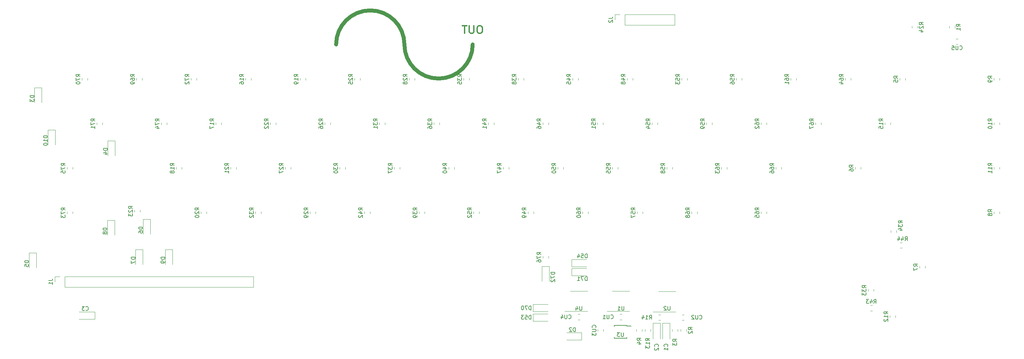
<source format=gbr>
%TF.GenerationSoftware,KiCad,Pcbnew,(5.1.9)-1*%
%TF.CreationDate,2021-06-15T15:46:33-04:00*%
%TF.ProjectId,CMicro-Keyboard,434d6963-726f-42d4-9b65-79626f617264,rev?*%
%TF.SameCoordinates,Original*%
%TF.FileFunction,Legend,Bot*%
%TF.FilePolarity,Positive*%
%FSLAX46Y46*%
G04 Gerber Fmt 4.6, Leading zero omitted, Abs format (unit mm)*
G04 Created by KiCad (PCBNEW (5.1.9)-1) date 2021-06-15 15:46:33*
%MOMM*%
%LPD*%
G01*
G04 APERTURE LIST*
%ADD10C,0.120000*%
%ADD11C,0.150000*%
%ADD12C,1.000000*%
%ADD13C,0.300000*%
G04 APERTURE END LIST*
D10*
%TO.C,R5*%
X249630000Y-72128748D02*
X249630000Y-72651252D01*
X248210000Y-72128748D02*
X248210000Y-72651252D01*
%TO.C,R6*%
X238200000Y-94988748D02*
X238200000Y-95511252D01*
X236780000Y-94988748D02*
X236780000Y-95511252D01*
%TO.C,R7*%
X253290000Y-120388748D02*
X253290000Y-120911252D01*
X254710000Y-120388748D02*
X254710000Y-120911252D01*
%TO.C,R8*%
X273760000Y-106418748D02*
X273760000Y-106941252D01*
X272340000Y-106418748D02*
X272340000Y-106941252D01*
%TO.C,R9*%
X272340000Y-72128748D02*
X272340000Y-72651252D01*
X273760000Y-72128748D02*
X273760000Y-72651252D01*
%TO.C,R10*%
X273760000Y-83558748D02*
X273760000Y-84081252D01*
X272340000Y-83558748D02*
X272340000Y-84081252D01*
%TO.C,R11*%
X272340000Y-94988748D02*
X272340000Y-95511252D01*
X273760000Y-94988748D02*
X273760000Y-95511252D01*
%TO.C,R12*%
X247090000Y-133088748D02*
X247090000Y-133611252D01*
X245670000Y-133088748D02*
X245670000Y-133611252D01*
%TO.C,R15*%
X245820000Y-83558748D02*
X245820000Y-84081252D01*
X244400000Y-83558748D02*
X244400000Y-84081252D01*
%TO.C,R16*%
X80570000Y-72128748D02*
X80570000Y-72651252D01*
X81990000Y-72128748D02*
X81990000Y-72651252D01*
%TO.C,R17*%
X72950000Y-83558748D02*
X72950000Y-84081252D01*
X74370000Y-83558748D02*
X74370000Y-84081252D01*
%TO.C,R18*%
X64210000Y-94988748D02*
X64210000Y-95511252D01*
X62790000Y-94988748D02*
X62790000Y-95511252D01*
%TO.C,R19*%
X94540000Y-72128748D02*
X94540000Y-72651252D01*
X95960000Y-72128748D02*
X95960000Y-72651252D01*
%TO.C,R20*%
X70560000Y-106418748D02*
X70560000Y-106941252D01*
X69140000Y-106418748D02*
X69140000Y-106941252D01*
%TO.C,R21*%
X76760000Y-94988748D02*
X76760000Y-95511252D01*
X78180000Y-94988748D02*
X78180000Y-95511252D01*
%TO.C,R22*%
X88340000Y-83558748D02*
X88340000Y-84081252D01*
X86920000Y-83558748D02*
X86920000Y-84081252D01*
%TO.C,R23*%
X52122000Y-106028748D02*
X52122000Y-106551252D01*
X53542000Y-106028748D02*
X53542000Y-106551252D01*
%TO.C,R25*%
X109930000Y-72128748D02*
X109930000Y-72651252D01*
X108510000Y-72128748D02*
X108510000Y-72651252D01*
%TO.C,R26*%
X100890000Y-83558748D02*
X100890000Y-84081252D01*
X102310000Y-83558748D02*
X102310000Y-84081252D01*
%TO.C,R27*%
X92150000Y-94988748D02*
X92150000Y-95511252D01*
X90730000Y-94988748D02*
X90730000Y-95511252D01*
%TO.C,R28*%
X122480000Y-72128748D02*
X122480000Y-72651252D01*
X123900000Y-72128748D02*
X123900000Y-72651252D01*
%TO.C,R29*%
X98500000Y-106418748D02*
X98500000Y-106941252D01*
X97080000Y-106418748D02*
X97080000Y-106941252D01*
%TO.C,R30*%
X104700000Y-94988748D02*
X104700000Y-95511252D01*
X106120000Y-94988748D02*
X106120000Y-95511252D01*
%TO.C,R31*%
X116280000Y-83558748D02*
X116280000Y-84081252D01*
X114860000Y-83558748D02*
X114860000Y-84081252D01*
%TO.C,R32*%
X83110000Y-106418748D02*
X83110000Y-106941252D01*
X84530000Y-106418748D02*
X84530000Y-106941252D01*
%TO.C,R35*%
X136450000Y-72128748D02*
X136450000Y-72651252D01*
X137870000Y-72128748D02*
X137870000Y-72651252D01*
%TO.C,R36*%
X130250000Y-83558748D02*
X130250000Y-84081252D01*
X128830000Y-83558748D02*
X128830000Y-84081252D01*
%TO.C,R37*%
X118670000Y-94988748D02*
X118670000Y-95511252D01*
X120090000Y-94988748D02*
X120090000Y-95511252D01*
%TO.C,R38*%
X151840000Y-72128748D02*
X151840000Y-72651252D01*
X150420000Y-72128748D02*
X150420000Y-72651252D01*
%TO.C,R39*%
X125020000Y-106418748D02*
X125020000Y-106941252D01*
X126440000Y-106418748D02*
X126440000Y-106941252D01*
%TO.C,R40*%
X134060000Y-94988748D02*
X134060000Y-95511252D01*
X132640000Y-94988748D02*
X132640000Y-95511252D01*
%TO.C,R41*%
X142800000Y-83558748D02*
X142800000Y-84081252D01*
X144220000Y-83558748D02*
X144220000Y-84081252D01*
%TO.C,R42*%
X112470000Y-106418748D02*
X112470000Y-106941252D01*
X111050000Y-106418748D02*
X111050000Y-106941252D01*
%TO.C,R45*%
X165810000Y-72128748D02*
X165810000Y-72651252D01*
X164390000Y-72128748D02*
X164390000Y-72651252D01*
%TO.C,R46*%
X156770000Y-83558748D02*
X156770000Y-84081252D01*
X158190000Y-83558748D02*
X158190000Y-84081252D01*
%TO.C,R47*%
X148030000Y-94988748D02*
X148030000Y-95511252D01*
X146610000Y-94988748D02*
X146610000Y-95511252D01*
%TO.C,R48*%
X178360000Y-72128748D02*
X178360000Y-72651252D01*
X179780000Y-72128748D02*
X179780000Y-72651252D01*
%TO.C,R49*%
X154380000Y-106418748D02*
X154380000Y-106941252D01*
X152960000Y-106418748D02*
X152960000Y-106941252D01*
%TO.C,R50*%
X160580000Y-94988748D02*
X160580000Y-95511252D01*
X162000000Y-94988748D02*
X162000000Y-95511252D01*
%TO.C,R51*%
X172160000Y-83558748D02*
X172160000Y-84081252D01*
X170740000Y-83558748D02*
X170740000Y-84081252D01*
%TO.C,R52*%
X140410000Y-106418748D02*
X140410000Y-106941252D01*
X138990000Y-106418748D02*
X138990000Y-106941252D01*
%TO.C,R53*%
X192330000Y-72128748D02*
X192330000Y-72651252D01*
X193750000Y-72128748D02*
X193750000Y-72651252D01*
%TO.C,R54*%
X186130000Y-83558748D02*
X186130000Y-84081252D01*
X184710000Y-83558748D02*
X184710000Y-84081252D01*
%TO.C,R55*%
X174550000Y-94988748D02*
X174550000Y-95511252D01*
X175970000Y-94988748D02*
X175970000Y-95511252D01*
%TO.C,R56*%
X207720000Y-72128748D02*
X207720000Y-72651252D01*
X206300000Y-72128748D02*
X206300000Y-72651252D01*
%TO.C,R57*%
X180900000Y-106418748D02*
X180900000Y-106941252D01*
X182320000Y-106418748D02*
X182320000Y-106941252D01*
%TO.C,R58*%
X189940000Y-94988748D02*
X189940000Y-95511252D01*
X188520000Y-94988748D02*
X188520000Y-95511252D01*
%TO.C,R59*%
X198680000Y-83558748D02*
X198680000Y-84081252D01*
X200100000Y-83558748D02*
X200100000Y-84081252D01*
%TO.C,R60*%
X168350000Y-106418748D02*
X168350000Y-106941252D01*
X166930000Y-106418748D02*
X166930000Y-106941252D01*
%TO.C,R61*%
X220270000Y-72128748D02*
X220270000Y-72651252D01*
X221690000Y-72128748D02*
X221690000Y-72651252D01*
%TO.C,R62*%
X214070000Y-83558748D02*
X214070000Y-84081252D01*
X212650000Y-83558748D02*
X212650000Y-84081252D01*
%TO.C,R63*%
X202490000Y-94988748D02*
X202490000Y-95511252D01*
X203910000Y-94988748D02*
X203910000Y-95511252D01*
%TO.C,R64*%
X235660000Y-72128748D02*
X235660000Y-72651252D01*
X234240000Y-72128748D02*
X234240000Y-72651252D01*
%TO.C,R65*%
X212650000Y-106418748D02*
X212650000Y-106941252D01*
X214070000Y-106418748D02*
X214070000Y-106941252D01*
%TO.C,R66*%
X217880000Y-94988748D02*
X217880000Y-95511252D01*
X216460000Y-94988748D02*
X216460000Y-95511252D01*
%TO.C,R67*%
X226620000Y-83558748D02*
X226620000Y-84081252D01*
X228040000Y-83558748D02*
X228040000Y-84081252D01*
%TO.C,R68*%
X194870000Y-106418748D02*
X194870000Y-106941252D01*
X196290000Y-106418748D02*
X196290000Y-106941252D01*
%TO.C,R69*%
X52630000Y-72128748D02*
X52630000Y-72651252D01*
X54050000Y-72128748D02*
X54050000Y-72651252D01*
%TO.C,R70*%
X40080000Y-72128748D02*
X40080000Y-72651252D01*
X38660000Y-72128748D02*
X38660000Y-72651252D01*
%TO.C,R71*%
X42470000Y-83558748D02*
X42470000Y-84081252D01*
X43890000Y-83558748D02*
X43890000Y-84081252D01*
%TO.C,R72*%
X68020000Y-72128748D02*
X68020000Y-72651252D01*
X66600000Y-72128748D02*
X66600000Y-72651252D01*
%TO.C,R76*%
X156770000Y-117848748D02*
X156770000Y-118371252D01*
X158190000Y-117848748D02*
X158190000Y-118371252D01*
%TO.C,R73*%
X36270000Y-106418748D02*
X36270000Y-106941252D01*
X34850000Y-106418748D02*
X34850000Y-106941252D01*
%TO.C,R74*%
X58980000Y-83558748D02*
X58980000Y-84081252D01*
X60400000Y-83558748D02*
X60400000Y-84081252D01*
%TO.C,R75*%
X36270000Y-94988748D02*
X36270000Y-95511252D01*
X34850000Y-94988748D02*
X34850000Y-95511252D01*
%TO.C,C1*%
X187406000Y-139141000D02*
X187406000Y-135056000D01*
X187406000Y-135056000D02*
X189276000Y-135056000D01*
X189276000Y-135056000D02*
X189276000Y-139141000D01*
%TO.C,C2*%
X186863000Y-135056000D02*
X186863000Y-139141000D01*
X184993000Y-135056000D02*
X186863000Y-135056000D01*
X184993000Y-139141000D02*
X184993000Y-135056000D01*
%TO.C,C3*%
X41982000Y-134031000D02*
X37897000Y-134031000D01*
X41982000Y-132161000D02*
X41982000Y-134031000D01*
X37897000Y-132161000D02*
X41982000Y-132161000D01*
%TO.C,CU1*%
X177045252Y-134187000D02*
X176522748Y-134187000D01*
X177045252Y-132767000D02*
X176522748Y-132767000D01*
%TO.C,CU2*%
X192397748Y-134314000D02*
X192920252Y-134314000D01*
X192397748Y-132894000D02*
X192920252Y-132894000D01*
%TO.C,CU3*%
X172287000Y-136644748D02*
X172287000Y-137167252D01*
X170867000Y-136644748D02*
X170867000Y-137167252D01*
%TO.C,CU4*%
X166250252Y-132767000D02*
X165727748Y-132767000D01*
X166250252Y-134187000D02*
X165727748Y-134187000D01*
%TO.C,J1*%
X31690000Y-123130000D02*
X31690000Y-124460000D01*
X33020000Y-123130000D02*
X31690000Y-123130000D01*
X34290000Y-123130000D02*
X34290000Y-125790000D01*
X34290000Y-125790000D02*
X82610000Y-125790000D01*
X34290000Y-123130000D02*
X82610000Y-123130000D01*
X82610000Y-123130000D02*
X82610000Y-125790000D01*
%TO.C,R1*%
X260910000Y-58793748D02*
X260910000Y-59316252D01*
X262330000Y-58793748D02*
X262330000Y-59316252D01*
%TO.C,R2*%
X193496000Y-136644748D02*
X193496000Y-137167252D01*
X192076000Y-136644748D02*
X192076000Y-137167252D01*
%TO.C,R3*%
X189917000Y-136644748D02*
X189917000Y-137167252D01*
X191337000Y-136644748D02*
X191337000Y-137167252D01*
%TO.C,R4*%
X180773000Y-137176252D02*
X180773000Y-136653748D01*
X182193000Y-137176252D02*
X182193000Y-136653748D01*
%TO.C,R13*%
X184352000Y-136644748D02*
X184352000Y-137167252D01*
X182932000Y-136644748D02*
X182932000Y-137167252D01*
%TO.C,R14*%
X186951252Y-132894000D02*
X186428748Y-132894000D01*
X186951252Y-134314000D02*
X186428748Y-134314000D01*
%TO.C,R24*%
X251385000Y-59316252D02*
X251385000Y-58793748D01*
X252805000Y-59316252D02*
X252805000Y-58793748D01*
%TO.C,R33*%
X240082000Y-126357748D02*
X240082000Y-126880252D01*
X241502000Y-126357748D02*
X241502000Y-126880252D01*
%TO.C,R34*%
X247344000Y-111244748D02*
X247344000Y-111767252D01*
X245924000Y-111244748D02*
X245924000Y-111767252D01*
%TO.C,R43*%
X241180252Y-131901000D02*
X240657748Y-131901000D01*
X241180252Y-130481000D02*
X240657748Y-130481000D01*
%TO.C,R44*%
X248800252Y-114352000D02*
X248277748Y-114352000D01*
X248800252Y-115772000D02*
X248277748Y-115772000D01*
%TO.C,U1*%
X176784000Y-132023000D02*
X173184000Y-132023000D01*
X176784000Y-132023000D02*
X178984000Y-132023000D01*
X176784000Y-126803000D02*
X174584000Y-126803000D01*
X176784000Y-126803000D02*
X178984000Y-126803000D01*
%TO.C,U2*%
X188595000Y-132150000D02*
X184995000Y-132150000D01*
X188595000Y-132150000D02*
X190795000Y-132150000D01*
X188595000Y-126930000D02*
X186395000Y-126930000D01*
X188595000Y-126930000D02*
X190795000Y-126930000D01*
D11*
%TO.C,U3*%
X178282000Y-135787000D02*
X179357000Y-135787000D01*
X178282000Y-138912000D02*
X175032000Y-138912000D01*
X178282000Y-135662000D02*
X175032000Y-135662000D01*
X178282000Y-138912000D02*
X178282000Y-138687000D01*
X175032000Y-138912000D02*
X175032000Y-138687000D01*
X175032000Y-135662000D02*
X175032000Y-135887000D01*
X178282000Y-135662000D02*
X178282000Y-135787000D01*
D10*
%TO.C,U4*%
X165989000Y-126803000D02*
X168189000Y-126803000D01*
X165989000Y-126803000D02*
X163789000Y-126803000D01*
X165989000Y-132023000D02*
X168189000Y-132023000D01*
X165989000Y-132023000D02*
X162389000Y-132023000D01*
%TO.C,D2*%
X162857000Y-137500000D02*
X166687000Y-137500000D01*
X166687000Y-137500000D02*
X166687000Y-139360000D01*
X166687000Y-139360000D02*
X162857000Y-139360000D01*
%TO.C,D53*%
X154242000Y-132674000D02*
X158072000Y-132674000D01*
X154242000Y-134534000D02*
X154242000Y-132674000D01*
X158072000Y-134534000D02*
X154242000Y-134534000D01*
%TO.C,D54*%
X164148000Y-118704000D02*
X167978000Y-118704000D01*
X164148000Y-120564000D02*
X164148000Y-118704000D01*
X167978000Y-120564000D02*
X164148000Y-120564000D01*
%TO.C,D70*%
X158072000Y-132121000D02*
X154242000Y-132121000D01*
X154242000Y-132121000D02*
X154242000Y-130261000D01*
X154242000Y-130261000D02*
X158072000Y-130261000D01*
%TO.C,D71*%
X164148000Y-120990000D02*
X167978000Y-120990000D01*
X164148000Y-122850000D02*
X164148000Y-120990000D01*
X167978000Y-122850000D02*
X164148000Y-122850000D01*
%TO.C,D72*%
X158410000Y-120460000D02*
X158410000Y-124290000D01*
X156550000Y-120460000D02*
X158410000Y-120460000D01*
X156550000Y-124290000D02*
X156550000Y-120460000D01*
%TO.C,J2*%
X175200000Y-55820000D02*
X175200000Y-57150000D01*
X176530000Y-55820000D02*
X175200000Y-55820000D01*
X177800000Y-55820000D02*
X177800000Y-58480000D01*
X177800000Y-58480000D02*
X190560000Y-58480000D01*
X177800000Y-55820000D02*
X190560000Y-55820000D01*
X190560000Y-55820000D02*
X190560000Y-58480000D01*
%TO.C,CU5*%
X262628748Y-62028000D02*
X263151252Y-62028000D01*
X262628748Y-63448000D02*
X263151252Y-63448000D01*
D12*
%TO.C,ZT1*%
X103785000Y-63500000D02*
G75*
G02*
X121285000Y-63500000I8750000J0D01*
G01*
X138785000Y-63500000D02*
G75*
G02*
X121285000Y-63500000I-8750000J0D01*
G01*
D10*
%TO.C,D3*%
X26502000Y-78443000D02*
X26502000Y-74613000D01*
X26502000Y-74613000D02*
X28362000Y-74613000D01*
X28362000Y-74613000D02*
X28362000Y-78443000D01*
%TO.C,D4*%
X45298000Y-92032000D02*
X45298000Y-88202000D01*
X45298000Y-88202000D02*
X47158000Y-88202000D01*
X47158000Y-88202000D02*
X47158000Y-92032000D01*
%TO.C,D5*%
X26965000Y-117031000D02*
X26965000Y-120861000D01*
X25105000Y-117031000D02*
X26965000Y-117031000D01*
X25105000Y-120861000D02*
X25105000Y-117031000D01*
%TO.C,D6*%
X54315000Y-112225000D02*
X54315000Y-108395000D01*
X54315000Y-108395000D02*
X56175000Y-108395000D01*
X56175000Y-108395000D02*
X56175000Y-112225000D01*
%TO.C,D7*%
X54270000Y-116142000D02*
X54270000Y-119972000D01*
X52410000Y-116142000D02*
X54270000Y-116142000D01*
X52410000Y-119972000D02*
X52410000Y-116142000D01*
%TO.C,D8*%
X47031000Y-108649000D02*
X47031000Y-112479000D01*
X45171000Y-108649000D02*
X47031000Y-108649000D01*
X45171000Y-112479000D02*
X45171000Y-108649000D01*
%TO.C,D9*%
X60030000Y-119972000D02*
X60030000Y-116142000D01*
X60030000Y-116142000D02*
X61890000Y-116142000D01*
X61890000Y-116142000D02*
X61890000Y-119972000D01*
%TO.C,D10*%
X31791000Y-85408000D02*
X31791000Y-89238000D01*
X29931000Y-85408000D02*
X31791000Y-85408000D01*
X29931000Y-89238000D02*
X29931000Y-85408000D01*
%TO.C,R5*%
D11*
X247722380Y-72223333D02*
X247246190Y-71890000D01*
X247722380Y-71651904D02*
X246722380Y-71651904D01*
X246722380Y-72032857D01*
X246770000Y-72128095D01*
X246817619Y-72175714D01*
X246912857Y-72223333D01*
X247055714Y-72223333D01*
X247150952Y-72175714D01*
X247198571Y-72128095D01*
X247246190Y-72032857D01*
X247246190Y-71651904D01*
X246722380Y-73128095D02*
X246722380Y-72651904D01*
X247198571Y-72604285D01*
X247150952Y-72651904D01*
X247103333Y-72747142D01*
X247103333Y-72985238D01*
X247150952Y-73080476D01*
X247198571Y-73128095D01*
X247293809Y-73175714D01*
X247531904Y-73175714D01*
X247627142Y-73128095D01*
X247674761Y-73080476D01*
X247722380Y-72985238D01*
X247722380Y-72747142D01*
X247674761Y-72651904D01*
X247627142Y-72604285D01*
%TO.C,R6*%
X236292380Y-95083333D02*
X235816190Y-94750000D01*
X236292380Y-94511904D02*
X235292380Y-94511904D01*
X235292380Y-94892857D01*
X235340000Y-94988095D01*
X235387619Y-95035714D01*
X235482857Y-95083333D01*
X235625714Y-95083333D01*
X235720952Y-95035714D01*
X235768571Y-94988095D01*
X235816190Y-94892857D01*
X235816190Y-94511904D01*
X235292380Y-95940476D02*
X235292380Y-95750000D01*
X235340000Y-95654761D01*
X235387619Y-95607142D01*
X235530476Y-95511904D01*
X235720952Y-95464285D01*
X236101904Y-95464285D01*
X236197142Y-95511904D01*
X236244761Y-95559523D01*
X236292380Y-95654761D01*
X236292380Y-95845238D01*
X236244761Y-95940476D01*
X236197142Y-95988095D01*
X236101904Y-96035714D01*
X235863809Y-96035714D01*
X235768571Y-95988095D01*
X235720952Y-95940476D01*
X235673333Y-95845238D01*
X235673333Y-95654761D01*
X235720952Y-95559523D01*
X235768571Y-95511904D01*
X235863809Y-95464285D01*
%TO.C,R7*%
X252802380Y-120483333D02*
X252326190Y-120150000D01*
X252802380Y-119911904D02*
X251802380Y-119911904D01*
X251802380Y-120292857D01*
X251850000Y-120388095D01*
X251897619Y-120435714D01*
X251992857Y-120483333D01*
X252135714Y-120483333D01*
X252230952Y-120435714D01*
X252278571Y-120388095D01*
X252326190Y-120292857D01*
X252326190Y-119911904D01*
X251802380Y-120816666D02*
X251802380Y-121483333D01*
X252802380Y-121054761D01*
%TO.C,R8*%
X271852380Y-106513333D02*
X271376190Y-106180000D01*
X271852380Y-105941904D02*
X270852380Y-105941904D01*
X270852380Y-106322857D01*
X270900000Y-106418095D01*
X270947619Y-106465714D01*
X271042857Y-106513333D01*
X271185714Y-106513333D01*
X271280952Y-106465714D01*
X271328571Y-106418095D01*
X271376190Y-106322857D01*
X271376190Y-105941904D01*
X271280952Y-107084761D02*
X271233333Y-106989523D01*
X271185714Y-106941904D01*
X271090476Y-106894285D01*
X271042857Y-106894285D01*
X270947619Y-106941904D01*
X270900000Y-106989523D01*
X270852380Y-107084761D01*
X270852380Y-107275238D01*
X270900000Y-107370476D01*
X270947619Y-107418095D01*
X271042857Y-107465714D01*
X271090476Y-107465714D01*
X271185714Y-107418095D01*
X271233333Y-107370476D01*
X271280952Y-107275238D01*
X271280952Y-107084761D01*
X271328571Y-106989523D01*
X271376190Y-106941904D01*
X271471428Y-106894285D01*
X271661904Y-106894285D01*
X271757142Y-106941904D01*
X271804761Y-106989523D01*
X271852380Y-107084761D01*
X271852380Y-107275238D01*
X271804761Y-107370476D01*
X271757142Y-107418095D01*
X271661904Y-107465714D01*
X271471428Y-107465714D01*
X271376190Y-107418095D01*
X271328571Y-107370476D01*
X271280952Y-107275238D01*
%TO.C,R9*%
X271852380Y-72223333D02*
X271376190Y-71890000D01*
X271852380Y-71651904D02*
X270852380Y-71651904D01*
X270852380Y-72032857D01*
X270900000Y-72128095D01*
X270947619Y-72175714D01*
X271042857Y-72223333D01*
X271185714Y-72223333D01*
X271280952Y-72175714D01*
X271328571Y-72128095D01*
X271376190Y-72032857D01*
X271376190Y-71651904D01*
X271852380Y-72699523D02*
X271852380Y-72890000D01*
X271804761Y-72985238D01*
X271757142Y-73032857D01*
X271614285Y-73128095D01*
X271423809Y-73175714D01*
X271042857Y-73175714D01*
X270947619Y-73128095D01*
X270900000Y-73080476D01*
X270852380Y-72985238D01*
X270852380Y-72794761D01*
X270900000Y-72699523D01*
X270947619Y-72651904D01*
X271042857Y-72604285D01*
X271280952Y-72604285D01*
X271376190Y-72651904D01*
X271423809Y-72699523D01*
X271471428Y-72794761D01*
X271471428Y-72985238D01*
X271423809Y-73080476D01*
X271376190Y-73128095D01*
X271280952Y-73175714D01*
%TO.C,R10*%
X271852380Y-83177142D02*
X271376190Y-82843809D01*
X271852380Y-82605714D02*
X270852380Y-82605714D01*
X270852380Y-82986666D01*
X270900000Y-83081904D01*
X270947619Y-83129523D01*
X271042857Y-83177142D01*
X271185714Y-83177142D01*
X271280952Y-83129523D01*
X271328571Y-83081904D01*
X271376190Y-82986666D01*
X271376190Y-82605714D01*
X271852380Y-84129523D02*
X271852380Y-83558095D01*
X271852380Y-83843809D02*
X270852380Y-83843809D01*
X270995238Y-83748571D01*
X271090476Y-83653333D01*
X271138095Y-83558095D01*
X270852380Y-84748571D02*
X270852380Y-84843809D01*
X270900000Y-84939047D01*
X270947619Y-84986666D01*
X271042857Y-85034285D01*
X271233333Y-85081904D01*
X271471428Y-85081904D01*
X271661904Y-85034285D01*
X271757142Y-84986666D01*
X271804761Y-84939047D01*
X271852380Y-84843809D01*
X271852380Y-84748571D01*
X271804761Y-84653333D01*
X271757142Y-84605714D01*
X271661904Y-84558095D01*
X271471428Y-84510476D01*
X271233333Y-84510476D01*
X271042857Y-84558095D01*
X270947619Y-84605714D01*
X270900000Y-84653333D01*
X270852380Y-84748571D01*
%TO.C,R11*%
X271852380Y-94607142D02*
X271376190Y-94273809D01*
X271852380Y-94035714D02*
X270852380Y-94035714D01*
X270852380Y-94416666D01*
X270900000Y-94511904D01*
X270947619Y-94559523D01*
X271042857Y-94607142D01*
X271185714Y-94607142D01*
X271280952Y-94559523D01*
X271328571Y-94511904D01*
X271376190Y-94416666D01*
X271376190Y-94035714D01*
X271852380Y-95559523D02*
X271852380Y-94988095D01*
X271852380Y-95273809D02*
X270852380Y-95273809D01*
X270995238Y-95178571D01*
X271090476Y-95083333D01*
X271138095Y-94988095D01*
X271852380Y-96511904D02*
X271852380Y-95940476D01*
X271852380Y-96226190D02*
X270852380Y-96226190D01*
X270995238Y-96130952D01*
X271090476Y-96035714D01*
X271138095Y-95940476D01*
%TO.C,R12*%
X245182380Y-132707142D02*
X244706190Y-132373809D01*
X245182380Y-132135714D02*
X244182380Y-132135714D01*
X244182380Y-132516666D01*
X244230000Y-132611904D01*
X244277619Y-132659523D01*
X244372857Y-132707142D01*
X244515714Y-132707142D01*
X244610952Y-132659523D01*
X244658571Y-132611904D01*
X244706190Y-132516666D01*
X244706190Y-132135714D01*
X245182380Y-133659523D02*
X245182380Y-133088095D01*
X245182380Y-133373809D02*
X244182380Y-133373809D01*
X244325238Y-133278571D01*
X244420476Y-133183333D01*
X244468095Y-133088095D01*
X244277619Y-134040476D02*
X244230000Y-134088095D01*
X244182380Y-134183333D01*
X244182380Y-134421428D01*
X244230000Y-134516666D01*
X244277619Y-134564285D01*
X244372857Y-134611904D01*
X244468095Y-134611904D01*
X244610952Y-134564285D01*
X245182380Y-133992857D01*
X245182380Y-134611904D01*
%TO.C,R15*%
X243912380Y-83177142D02*
X243436190Y-82843809D01*
X243912380Y-82605714D02*
X242912380Y-82605714D01*
X242912380Y-82986666D01*
X242960000Y-83081904D01*
X243007619Y-83129523D01*
X243102857Y-83177142D01*
X243245714Y-83177142D01*
X243340952Y-83129523D01*
X243388571Y-83081904D01*
X243436190Y-82986666D01*
X243436190Y-82605714D01*
X243912380Y-84129523D02*
X243912380Y-83558095D01*
X243912380Y-83843809D02*
X242912380Y-83843809D01*
X243055238Y-83748571D01*
X243150476Y-83653333D01*
X243198095Y-83558095D01*
X242912380Y-85034285D02*
X242912380Y-84558095D01*
X243388571Y-84510476D01*
X243340952Y-84558095D01*
X243293333Y-84653333D01*
X243293333Y-84891428D01*
X243340952Y-84986666D01*
X243388571Y-85034285D01*
X243483809Y-85081904D01*
X243721904Y-85081904D01*
X243817142Y-85034285D01*
X243864761Y-84986666D01*
X243912380Y-84891428D01*
X243912380Y-84653333D01*
X243864761Y-84558095D01*
X243817142Y-84510476D01*
%TO.C,R16*%
X80082380Y-71747142D02*
X79606190Y-71413809D01*
X80082380Y-71175714D02*
X79082380Y-71175714D01*
X79082380Y-71556666D01*
X79130000Y-71651904D01*
X79177619Y-71699523D01*
X79272857Y-71747142D01*
X79415714Y-71747142D01*
X79510952Y-71699523D01*
X79558571Y-71651904D01*
X79606190Y-71556666D01*
X79606190Y-71175714D01*
X80082380Y-72699523D02*
X80082380Y-72128095D01*
X80082380Y-72413809D02*
X79082380Y-72413809D01*
X79225238Y-72318571D01*
X79320476Y-72223333D01*
X79368095Y-72128095D01*
X79082380Y-73556666D02*
X79082380Y-73366190D01*
X79130000Y-73270952D01*
X79177619Y-73223333D01*
X79320476Y-73128095D01*
X79510952Y-73080476D01*
X79891904Y-73080476D01*
X79987142Y-73128095D01*
X80034761Y-73175714D01*
X80082380Y-73270952D01*
X80082380Y-73461428D01*
X80034761Y-73556666D01*
X79987142Y-73604285D01*
X79891904Y-73651904D01*
X79653809Y-73651904D01*
X79558571Y-73604285D01*
X79510952Y-73556666D01*
X79463333Y-73461428D01*
X79463333Y-73270952D01*
X79510952Y-73175714D01*
X79558571Y-73128095D01*
X79653809Y-73080476D01*
%TO.C,R17*%
X72462380Y-83177142D02*
X71986190Y-82843809D01*
X72462380Y-82605714D02*
X71462380Y-82605714D01*
X71462380Y-82986666D01*
X71510000Y-83081904D01*
X71557619Y-83129523D01*
X71652857Y-83177142D01*
X71795714Y-83177142D01*
X71890952Y-83129523D01*
X71938571Y-83081904D01*
X71986190Y-82986666D01*
X71986190Y-82605714D01*
X72462380Y-84129523D02*
X72462380Y-83558095D01*
X72462380Y-83843809D02*
X71462380Y-83843809D01*
X71605238Y-83748571D01*
X71700476Y-83653333D01*
X71748095Y-83558095D01*
X71462380Y-84462857D02*
X71462380Y-85129523D01*
X72462380Y-84700952D01*
%TO.C,R18*%
X62302380Y-94607142D02*
X61826190Y-94273809D01*
X62302380Y-94035714D02*
X61302380Y-94035714D01*
X61302380Y-94416666D01*
X61350000Y-94511904D01*
X61397619Y-94559523D01*
X61492857Y-94607142D01*
X61635714Y-94607142D01*
X61730952Y-94559523D01*
X61778571Y-94511904D01*
X61826190Y-94416666D01*
X61826190Y-94035714D01*
X62302380Y-95559523D02*
X62302380Y-94988095D01*
X62302380Y-95273809D02*
X61302380Y-95273809D01*
X61445238Y-95178571D01*
X61540476Y-95083333D01*
X61588095Y-94988095D01*
X61730952Y-96130952D02*
X61683333Y-96035714D01*
X61635714Y-95988095D01*
X61540476Y-95940476D01*
X61492857Y-95940476D01*
X61397619Y-95988095D01*
X61350000Y-96035714D01*
X61302380Y-96130952D01*
X61302380Y-96321428D01*
X61350000Y-96416666D01*
X61397619Y-96464285D01*
X61492857Y-96511904D01*
X61540476Y-96511904D01*
X61635714Y-96464285D01*
X61683333Y-96416666D01*
X61730952Y-96321428D01*
X61730952Y-96130952D01*
X61778571Y-96035714D01*
X61826190Y-95988095D01*
X61921428Y-95940476D01*
X62111904Y-95940476D01*
X62207142Y-95988095D01*
X62254761Y-96035714D01*
X62302380Y-96130952D01*
X62302380Y-96321428D01*
X62254761Y-96416666D01*
X62207142Y-96464285D01*
X62111904Y-96511904D01*
X61921428Y-96511904D01*
X61826190Y-96464285D01*
X61778571Y-96416666D01*
X61730952Y-96321428D01*
%TO.C,R19*%
X94052380Y-71747142D02*
X93576190Y-71413809D01*
X94052380Y-71175714D02*
X93052380Y-71175714D01*
X93052380Y-71556666D01*
X93100000Y-71651904D01*
X93147619Y-71699523D01*
X93242857Y-71747142D01*
X93385714Y-71747142D01*
X93480952Y-71699523D01*
X93528571Y-71651904D01*
X93576190Y-71556666D01*
X93576190Y-71175714D01*
X94052380Y-72699523D02*
X94052380Y-72128095D01*
X94052380Y-72413809D02*
X93052380Y-72413809D01*
X93195238Y-72318571D01*
X93290476Y-72223333D01*
X93338095Y-72128095D01*
X94052380Y-73175714D02*
X94052380Y-73366190D01*
X94004761Y-73461428D01*
X93957142Y-73509047D01*
X93814285Y-73604285D01*
X93623809Y-73651904D01*
X93242857Y-73651904D01*
X93147619Y-73604285D01*
X93100000Y-73556666D01*
X93052380Y-73461428D01*
X93052380Y-73270952D01*
X93100000Y-73175714D01*
X93147619Y-73128095D01*
X93242857Y-73080476D01*
X93480952Y-73080476D01*
X93576190Y-73128095D01*
X93623809Y-73175714D01*
X93671428Y-73270952D01*
X93671428Y-73461428D01*
X93623809Y-73556666D01*
X93576190Y-73604285D01*
X93480952Y-73651904D01*
%TO.C,R20*%
X68652380Y-106037142D02*
X68176190Y-105703809D01*
X68652380Y-105465714D02*
X67652380Y-105465714D01*
X67652380Y-105846666D01*
X67700000Y-105941904D01*
X67747619Y-105989523D01*
X67842857Y-106037142D01*
X67985714Y-106037142D01*
X68080952Y-105989523D01*
X68128571Y-105941904D01*
X68176190Y-105846666D01*
X68176190Y-105465714D01*
X67747619Y-106418095D02*
X67700000Y-106465714D01*
X67652380Y-106560952D01*
X67652380Y-106799047D01*
X67700000Y-106894285D01*
X67747619Y-106941904D01*
X67842857Y-106989523D01*
X67938095Y-106989523D01*
X68080952Y-106941904D01*
X68652380Y-106370476D01*
X68652380Y-106989523D01*
X67652380Y-107608571D02*
X67652380Y-107703809D01*
X67700000Y-107799047D01*
X67747619Y-107846666D01*
X67842857Y-107894285D01*
X68033333Y-107941904D01*
X68271428Y-107941904D01*
X68461904Y-107894285D01*
X68557142Y-107846666D01*
X68604761Y-107799047D01*
X68652380Y-107703809D01*
X68652380Y-107608571D01*
X68604761Y-107513333D01*
X68557142Y-107465714D01*
X68461904Y-107418095D01*
X68271428Y-107370476D01*
X68033333Y-107370476D01*
X67842857Y-107418095D01*
X67747619Y-107465714D01*
X67700000Y-107513333D01*
X67652380Y-107608571D01*
%TO.C,R21*%
X76272380Y-94607142D02*
X75796190Y-94273809D01*
X76272380Y-94035714D02*
X75272380Y-94035714D01*
X75272380Y-94416666D01*
X75320000Y-94511904D01*
X75367619Y-94559523D01*
X75462857Y-94607142D01*
X75605714Y-94607142D01*
X75700952Y-94559523D01*
X75748571Y-94511904D01*
X75796190Y-94416666D01*
X75796190Y-94035714D01*
X75367619Y-94988095D02*
X75320000Y-95035714D01*
X75272380Y-95130952D01*
X75272380Y-95369047D01*
X75320000Y-95464285D01*
X75367619Y-95511904D01*
X75462857Y-95559523D01*
X75558095Y-95559523D01*
X75700952Y-95511904D01*
X76272380Y-94940476D01*
X76272380Y-95559523D01*
X76272380Y-96511904D02*
X76272380Y-95940476D01*
X76272380Y-96226190D02*
X75272380Y-96226190D01*
X75415238Y-96130952D01*
X75510476Y-96035714D01*
X75558095Y-95940476D01*
%TO.C,R22*%
X86432380Y-83177142D02*
X85956190Y-82843809D01*
X86432380Y-82605714D02*
X85432380Y-82605714D01*
X85432380Y-82986666D01*
X85480000Y-83081904D01*
X85527619Y-83129523D01*
X85622857Y-83177142D01*
X85765714Y-83177142D01*
X85860952Y-83129523D01*
X85908571Y-83081904D01*
X85956190Y-82986666D01*
X85956190Y-82605714D01*
X85527619Y-83558095D02*
X85480000Y-83605714D01*
X85432380Y-83700952D01*
X85432380Y-83939047D01*
X85480000Y-84034285D01*
X85527619Y-84081904D01*
X85622857Y-84129523D01*
X85718095Y-84129523D01*
X85860952Y-84081904D01*
X86432380Y-83510476D01*
X86432380Y-84129523D01*
X85527619Y-84510476D02*
X85480000Y-84558095D01*
X85432380Y-84653333D01*
X85432380Y-84891428D01*
X85480000Y-84986666D01*
X85527619Y-85034285D01*
X85622857Y-85081904D01*
X85718095Y-85081904D01*
X85860952Y-85034285D01*
X86432380Y-84462857D01*
X86432380Y-85081904D01*
%TO.C,R23*%
X51634380Y-105647142D02*
X51158190Y-105313809D01*
X51634380Y-105075714D02*
X50634380Y-105075714D01*
X50634380Y-105456666D01*
X50682000Y-105551904D01*
X50729619Y-105599523D01*
X50824857Y-105647142D01*
X50967714Y-105647142D01*
X51062952Y-105599523D01*
X51110571Y-105551904D01*
X51158190Y-105456666D01*
X51158190Y-105075714D01*
X50729619Y-106028095D02*
X50682000Y-106075714D01*
X50634380Y-106170952D01*
X50634380Y-106409047D01*
X50682000Y-106504285D01*
X50729619Y-106551904D01*
X50824857Y-106599523D01*
X50920095Y-106599523D01*
X51062952Y-106551904D01*
X51634380Y-105980476D01*
X51634380Y-106599523D01*
X50634380Y-106932857D02*
X50634380Y-107551904D01*
X51015333Y-107218571D01*
X51015333Y-107361428D01*
X51062952Y-107456666D01*
X51110571Y-107504285D01*
X51205809Y-107551904D01*
X51443904Y-107551904D01*
X51539142Y-107504285D01*
X51586761Y-107456666D01*
X51634380Y-107361428D01*
X51634380Y-107075714D01*
X51586761Y-106980476D01*
X51539142Y-106932857D01*
%TO.C,R25*%
X108022380Y-71747142D02*
X107546190Y-71413809D01*
X108022380Y-71175714D02*
X107022380Y-71175714D01*
X107022380Y-71556666D01*
X107070000Y-71651904D01*
X107117619Y-71699523D01*
X107212857Y-71747142D01*
X107355714Y-71747142D01*
X107450952Y-71699523D01*
X107498571Y-71651904D01*
X107546190Y-71556666D01*
X107546190Y-71175714D01*
X107117619Y-72128095D02*
X107070000Y-72175714D01*
X107022380Y-72270952D01*
X107022380Y-72509047D01*
X107070000Y-72604285D01*
X107117619Y-72651904D01*
X107212857Y-72699523D01*
X107308095Y-72699523D01*
X107450952Y-72651904D01*
X108022380Y-72080476D01*
X108022380Y-72699523D01*
X107022380Y-73604285D02*
X107022380Y-73128095D01*
X107498571Y-73080476D01*
X107450952Y-73128095D01*
X107403333Y-73223333D01*
X107403333Y-73461428D01*
X107450952Y-73556666D01*
X107498571Y-73604285D01*
X107593809Y-73651904D01*
X107831904Y-73651904D01*
X107927142Y-73604285D01*
X107974761Y-73556666D01*
X108022380Y-73461428D01*
X108022380Y-73223333D01*
X107974761Y-73128095D01*
X107927142Y-73080476D01*
%TO.C,R26*%
X100402380Y-83177142D02*
X99926190Y-82843809D01*
X100402380Y-82605714D02*
X99402380Y-82605714D01*
X99402380Y-82986666D01*
X99450000Y-83081904D01*
X99497619Y-83129523D01*
X99592857Y-83177142D01*
X99735714Y-83177142D01*
X99830952Y-83129523D01*
X99878571Y-83081904D01*
X99926190Y-82986666D01*
X99926190Y-82605714D01*
X99497619Y-83558095D02*
X99450000Y-83605714D01*
X99402380Y-83700952D01*
X99402380Y-83939047D01*
X99450000Y-84034285D01*
X99497619Y-84081904D01*
X99592857Y-84129523D01*
X99688095Y-84129523D01*
X99830952Y-84081904D01*
X100402380Y-83510476D01*
X100402380Y-84129523D01*
X99402380Y-84986666D02*
X99402380Y-84796190D01*
X99450000Y-84700952D01*
X99497619Y-84653333D01*
X99640476Y-84558095D01*
X99830952Y-84510476D01*
X100211904Y-84510476D01*
X100307142Y-84558095D01*
X100354761Y-84605714D01*
X100402380Y-84700952D01*
X100402380Y-84891428D01*
X100354761Y-84986666D01*
X100307142Y-85034285D01*
X100211904Y-85081904D01*
X99973809Y-85081904D01*
X99878571Y-85034285D01*
X99830952Y-84986666D01*
X99783333Y-84891428D01*
X99783333Y-84700952D01*
X99830952Y-84605714D01*
X99878571Y-84558095D01*
X99973809Y-84510476D01*
%TO.C,R27*%
X90242380Y-94607142D02*
X89766190Y-94273809D01*
X90242380Y-94035714D02*
X89242380Y-94035714D01*
X89242380Y-94416666D01*
X89290000Y-94511904D01*
X89337619Y-94559523D01*
X89432857Y-94607142D01*
X89575714Y-94607142D01*
X89670952Y-94559523D01*
X89718571Y-94511904D01*
X89766190Y-94416666D01*
X89766190Y-94035714D01*
X89337619Y-94988095D02*
X89290000Y-95035714D01*
X89242380Y-95130952D01*
X89242380Y-95369047D01*
X89290000Y-95464285D01*
X89337619Y-95511904D01*
X89432857Y-95559523D01*
X89528095Y-95559523D01*
X89670952Y-95511904D01*
X90242380Y-94940476D01*
X90242380Y-95559523D01*
X89242380Y-95892857D02*
X89242380Y-96559523D01*
X90242380Y-96130952D01*
%TO.C,R28*%
X121992380Y-71747142D02*
X121516190Y-71413809D01*
X121992380Y-71175714D02*
X120992380Y-71175714D01*
X120992380Y-71556666D01*
X121040000Y-71651904D01*
X121087619Y-71699523D01*
X121182857Y-71747142D01*
X121325714Y-71747142D01*
X121420952Y-71699523D01*
X121468571Y-71651904D01*
X121516190Y-71556666D01*
X121516190Y-71175714D01*
X121087619Y-72128095D02*
X121040000Y-72175714D01*
X120992380Y-72270952D01*
X120992380Y-72509047D01*
X121040000Y-72604285D01*
X121087619Y-72651904D01*
X121182857Y-72699523D01*
X121278095Y-72699523D01*
X121420952Y-72651904D01*
X121992380Y-72080476D01*
X121992380Y-72699523D01*
X121420952Y-73270952D02*
X121373333Y-73175714D01*
X121325714Y-73128095D01*
X121230476Y-73080476D01*
X121182857Y-73080476D01*
X121087619Y-73128095D01*
X121040000Y-73175714D01*
X120992380Y-73270952D01*
X120992380Y-73461428D01*
X121040000Y-73556666D01*
X121087619Y-73604285D01*
X121182857Y-73651904D01*
X121230476Y-73651904D01*
X121325714Y-73604285D01*
X121373333Y-73556666D01*
X121420952Y-73461428D01*
X121420952Y-73270952D01*
X121468571Y-73175714D01*
X121516190Y-73128095D01*
X121611428Y-73080476D01*
X121801904Y-73080476D01*
X121897142Y-73128095D01*
X121944761Y-73175714D01*
X121992380Y-73270952D01*
X121992380Y-73461428D01*
X121944761Y-73556666D01*
X121897142Y-73604285D01*
X121801904Y-73651904D01*
X121611428Y-73651904D01*
X121516190Y-73604285D01*
X121468571Y-73556666D01*
X121420952Y-73461428D01*
%TO.C,R29*%
X96592380Y-106037142D02*
X96116190Y-105703809D01*
X96592380Y-105465714D02*
X95592380Y-105465714D01*
X95592380Y-105846666D01*
X95640000Y-105941904D01*
X95687619Y-105989523D01*
X95782857Y-106037142D01*
X95925714Y-106037142D01*
X96020952Y-105989523D01*
X96068571Y-105941904D01*
X96116190Y-105846666D01*
X96116190Y-105465714D01*
X95687619Y-106418095D02*
X95640000Y-106465714D01*
X95592380Y-106560952D01*
X95592380Y-106799047D01*
X95640000Y-106894285D01*
X95687619Y-106941904D01*
X95782857Y-106989523D01*
X95878095Y-106989523D01*
X96020952Y-106941904D01*
X96592380Y-106370476D01*
X96592380Y-106989523D01*
X96592380Y-107465714D02*
X96592380Y-107656190D01*
X96544761Y-107751428D01*
X96497142Y-107799047D01*
X96354285Y-107894285D01*
X96163809Y-107941904D01*
X95782857Y-107941904D01*
X95687619Y-107894285D01*
X95640000Y-107846666D01*
X95592380Y-107751428D01*
X95592380Y-107560952D01*
X95640000Y-107465714D01*
X95687619Y-107418095D01*
X95782857Y-107370476D01*
X96020952Y-107370476D01*
X96116190Y-107418095D01*
X96163809Y-107465714D01*
X96211428Y-107560952D01*
X96211428Y-107751428D01*
X96163809Y-107846666D01*
X96116190Y-107894285D01*
X96020952Y-107941904D01*
%TO.C,R30*%
X104212380Y-94607142D02*
X103736190Y-94273809D01*
X104212380Y-94035714D02*
X103212380Y-94035714D01*
X103212380Y-94416666D01*
X103260000Y-94511904D01*
X103307619Y-94559523D01*
X103402857Y-94607142D01*
X103545714Y-94607142D01*
X103640952Y-94559523D01*
X103688571Y-94511904D01*
X103736190Y-94416666D01*
X103736190Y-94035714D01*
X103212380Y-94940476D02*
X103212380Y-95559523D01*
X103593333Y-95226190D01*
X103593333Y-95369047D01*
X103640952Y-95464285D01*
X103688571Y-95511904D01*
X103783809Y-95559523D01*
X104021904Y-95559523D01*
X104117142Y-95511904D01*
X104164761Y-95464285D01*
X104212380Y-95369047D01*
X104212380Y-95083333D01*
X104164761Y-94988095D01*
X104117142Y-94940476D01*
X103212380Y-96178571D02*
X103212380Y-96273809D01*
X103260000Y-96369047D01*
X103307619Y-96416666D01*
X103402857Y-96464285D01*
X103593333Y-96511904D01*
X103831428Y-96511904D01*
X104021904Y-96464285D01*
X104117142Y-96416666D01*
X104164761Y-96369047D01*
X104212380Y-96273809D01*
X104212380Y-96178571D01*
X104164761Y-96083333D01*
X104117142Y-96035714D01*
X104021904Y-95988095D01*
X103831428Y-95940476D01*
X103593333Y-95940476D01*
X103402857Y-95988095D01*
X103307619Y-96035714D01*
X103260000Y-96083333D01*
X103212380Y-96178571D01*
%TO.C,R31*%
X114372380Y-83177142D02*
X113896190Y-82843809D01*
X114372380Y-82605714D02*
X113372380Y-82605714D01*
X113372380Y-82986666D01*
X113420000Y-83081904D01*
X113467619Y-83129523D01*
X113562857Y-83177142D01*
X113705714Y-83177142D01*
X113800952Y-83129523D01*
X113848571Y-83081904D01*
X113896190Y-82986666D01*
X113896190Y-82605714D01*
X113372380Y-83510476D02*
X113372380Y-84129523D01*
X113753333Y-83796190D01*
X113753333Y-83939047D01*
X113800952Y-84034285D01*
X113848571Y-84081904D01*
X113943809Y-84129523D01*
X114181904Y-84129523D01*
X114277142Y-84081904D01*
X114324761Y-84034285D01*
X114372380Y-83939047D01*
X114372380Y-83653333D01*
X114324761Y-83558095D01*
X114277142Y-83510476D01*
X114372380Y-85081904D02*
X114372380Y-84510476D01*
X114372380Y-84796190D02*
X113372380Y-84796190D01*
X113515238Y-84700952D01*
X113610476Y-84605714D01*
X113658095Y-84510476D01*
%TO.C,R32*%
X82622380Y-106037142D02*
X82146190Y-105703809D01*
X82622380Y-105465714D02*
X81622380Y-105465714D01*
X81622380Y-105846666D01*
X81670000Y-105941904D01*
X81717619Y-105989523D01*
X81812857Y-106037142D01*
X81955714Y-106037142D01*
X82050952Y-105989523D01*
X82098571Y-105941904D01*
X82146190Y-105846666D01*
X82146190Y-105465714D01*
X81622380Y-106370476D02*
X81622380Y-106989523D01*
X82003333Y-106656190D01*
X82003333Y-106799047D01*
X82050952Y-106894285D01*
X82098571Y-106941904D01*
X82193809Y-106989523D01*
X82431904Y-106989523D01*
X82527142Y-106941904D01*
X82574761Y-106894285D01*
X82622380Y-106799047D01*
X82622380Y-106513333D01*
X82574761Y-106418095D01*
X82527142Y-106370476D01*
X81717619Y-107370476D02*
X81670000Y-107418095D01*
X81622380Y-107513333D01*
X81622380Y-107751428D01*
X81670000Y-107846666D01*
X81717619Y-107894285D01*
X81812857Y-107941904D01*
X81908095Y-107941904D01*
X82050952Y-107894285D01*
X82622380Y-107322857D01*
X82622380Y-107941904D01*
%TO.C,R35*%
X135962380Y-71747142D02*
X135486190Y-71413809D01*
X135962380Y-71175714D02*
X134962380Y-71175714D01*
X134962380Y-71556666D01*
X135010000Y-71651904D01*
X135057619Y-71699523D01*
X135152857Y-71747142D01*
X135295714Y-71747142D01*
X135390952Y-71699523D01*
X135438571Y-71651904D01*
X135486190Y-71556666D01*
X135486190Y-71175714D01*
X134962380Y-72080476D02*
X134962380Y-72699523D01*
X135343333Y-72366190D01*
X135343333Y-72509047D01*
X135390952Y-72604285D01*
X135438571Y-72651904D01*
X135533809Y-72699523D01*
X135771904Y-72699523D01*
X135867142Y-72651904D01*
X135914761Y-72604285D01*
X135962380Y-72509047D01*
X135962380Y-72223333D01*
X135914761Y-72128095D01*
X135867142Y-72080476D01*
X134962380Y-73604285D02*
X134962380Y-73128095D01*
X135438571Y-73080476D01*
X135390952Y-73128095D01*
X135343333Y-73223333D01*
X135343333Y-73461428D01*
X135390952Y-73556666D01*
X135438571Y-73604285D01*
X135533809Y-73651904D01*
X135771904Y-73651904D01*
X135867142Y-73604285D01*
X135914761Y-73556666D01*
X135962380Y-73461428D01*
X135962380Y-73223333D01*
X135914761Y-73128095D01*
X135867142Y-73080476D01*
%TO.C,R36*%
X128342380Y-83177142D02*
X127866190Y-82843809D01*
X128342380Y-82605714D02*
X127342380Y-82605714D01*
X127342380Y-82986666D01*
X127390000Y-83081904D01*
X127437619Y-83129523D01*
X127532857Y-83177142D01*
X127675714Y-83177142D01*
X127770952Y-83129523D01*
X127818571Y-83081904D01*
X127866190Y-82986666D01*
X127866190Y-82605714D01*
X127342380Y-83510476D02*
X127342380Y-84129523D01*
X127723333Y-83796190D01*
X127723333Y-83939047D01*
X127770952Y-84034285D01*
X127818571Y-84081904D01*
X127913809Y-84129523D01*
X128151904Y-84129523D01*
X128247142Y-84081904D01*
X128294761Y-84034285D01*
X128342380Y-83939047D01*
X128342380Y-83653333D01*
X128294761Y-83558095D01*
X128247142Y-83510476D01*
X127342380Y-84986666D02*
X127342380Y-84796190D01*
X127390000Y-84700952D01*
X127437619Y-84653333D01*
X127580476Y-84558095D01*
X127770952Y-84510476D01*
X128151904Y-84510476D01*
X128247142Y-84558095D01*
X128294761Y-84605714D01*
X128342380Y-84700952D01*
X128342380Y-84891428D01*
X128294761Y-84986666D01*
X128247142Y-85034285D01*
X128151904Y-85081904D01*
X127913809Y-85081904D01*
X127818571Y-85034285D01*
X127770952Y-84986666D01*
X127723333Y-84891428D01*
X127723333Y-84700952D01*
X127770952Y-84605714D01*
X127818571Y-84558095D01*
X127913809Y-84510476D01*
%TO.C,R37*%
X118182380Y-94607142D02*
X117706190Y-94273809D01*
X118182380Y-94035714D02*
X117182380Y-94035714D01*
X117182380Y-94416666D01*
X117230000Y-94511904D01*
X117277619Y-94559523D01*
X117372857Y-94607142D01*
X117515714Y-94607142D01*
X117610952Y-94559523D01*
X117658571Y-94511904D01*
X117706190Y-94416666D01*
X117706190Y-94035714D01*
X117182380Y-94940476D02*
X117182380Y-95559523D01*
X117563333Y-95226190D01*
X117563333Y-95369047D01*
X117610952Y-95464285D01*
X117658571Y-95511904D01*
X117753809Y-95559523D01*
X117991904Y-95559523D01*
X118087142Y-95511904D01*
X118134761Y-95464285D01*
X118182380Y-95369047D01*
X118182380Y-95083333D01*
X118134761Y-94988095D01*
X118087142Y-94940476D01*
X117182380Y-95892857D02*
X117182380Y-96559523D01*
X118182380Y-96130952D01*
%TO.C,R38*%
X149932380Y-71747142D02*
X149456190Y-71413809D01*
X149932380Y-71175714D02*
X148932380Y-71175714D01*
X148932380Y-71556666D01*
X148980000Y-71651904D01*
X149027619Y-71699523D01*
X149122857Y-71747142D01*
X149265714Y-71747142D01*
X149360952Y-71699523D01*
X149408571Y-71651904D01*
X149456190Y-71556666D01*
X149456190Y-71175714D01*
X148932380Y-72080476D02*
X148932380Y-72699523D01*
X149313333Y-72366190D01*
X149313333Y-72509047D01*
X149360952Y-72604285D01*
X149408571Y-72651904D01*
X149503809Y-72699523D01*
X149741904Y-72699523D01*
X149837142Y-72651904D01*
X149884761Y-72604285D01*
X149932380Y-72509047D01*
X149932380Y-72223333D01*
X149884761Y-72128095D01*
X149837142Y-72080476D01*
X149360952Y-73270952D02*
X149313333Y-73175714D01*
X149265714Y-73128095D01*
X149170476Y-73080476D01*
X149122857Y-73080476D01*
X149027619Y-73128095D01*
X148980000Y-73175714D01*
X148932380Y-73270952D01*
X148932380Y-73461428D01*
X148980000Y-73556666D01*
X149027619Y-73604285D01*
X149122857Y-73651904D01*
X149170476Y-73651904D01*
X149265714Y-73604285D01*
X149313333Y-73556666D01*
X149360952Y-73461428D01*
X149360952Y-73270952D01*
X149408571Y-73175714D01*
X149456190Y-73128095D01*
X149551428Y-73080476D01*
X149741904Y-73080476D01*
X149837142Y-73128095D01*
X149884761Y-73175714D01*
X149932380Y-73270952D01*
X149932380Y-73461428D01*
X149884761Y-73556666D01*
X149837142Y-73604285D01*
X149741904Y-73651904D01*
X149551428Y-73651904D01*
X149456190Y-73604285D01*
X149408571Y-73556666D01*
X149360952Y-73461428D01*
%TO.C,R39*%
X124532380Y-106037142D02*
X124056190Y-105703809D01*
X124532380Y-105465714D02*
X123532380Y-105465714D01*
X123532380Y-105846666D01*
X123580000Y-105941904D01*
X123627619Y-105989523D01*
X123722857Y-106037142D01*
X123865714Y-106037142D01*
X123960952Y-105989523D01*
X124008571Y-105941904D01*
X124056190Y-105846666D01*
X124056190Y-105465714D01*
X123532380Y-106370476D02*
X123532380Y-106989523D01*
X123913333Y-106656190D01*
X123913333Y-106799047D01*
X123960952Y-106894285D01*
X124008571Y-106941904D01*
X124103809Y-106989523D01*
X124341904Y-106989523D01*
X124437142Y-106941904D01*
X124484761Y-106894285D01*
X124532380Y-106799047D01*
X124532380Y-106513333D01*
X124484761Y-106418095D01*
X124437142Y-106370476D01*
X124532380Y-107465714D02*
X124532380Y-107656190D01*
X124484761Y-107751428D01*
X124437142Y-107799047D01*
X124294285Y-107894285D01*
X124103809Y-107941904D01*
X123722857Y-107941904D01*
X123627619Y-107894285D01*
X123580000Y-107846666D01*
X123532380Y-107751428D01*
X123532380Y-107560952D01*
X123580000Y-107465714D01*
X123627619Y-107418095D01*
X123722857Y-107370476D01*
X123960952Y-107370476D01*
X124056190Y-107418095D01*
X124103809Y-107465714D01*
X124151428Y-107560952D01*
X124151428Y-107751428D01*
X124103809Y-107846666D01*
X124056190Y-107894285D01*
X123960952Y-107941904D01*
%TO.C,R40*%
X132152380Y-94607142D02*
X131676190Y-94273809D01*
X132152380Y-94035714D02*
X131152380Y-94035714D01*
X131152380Y-94416666D01*
X131200000Y-94511904D01*
X131247619Y-94559523D01*
X131342857Y-94607142D01*
X131485714Y-94607142D01*
X131580952Y-94559523D01*
X131628571Y-94511904D01*
X131676190Y-94416666D01*
X131676190Y-94035714D01*
X131485714Y-95464285D02*
X132152380Y-95464285D01*
X131104761Y-95226190D02*
X131819047Y-94988095D01*
X131819047Y-95607142D01*
X131152380Y-96178571D02*
X131152380Y-96273809D01*
X131200000Y-96369047D01*
X131247619Y-96416666D01*
X131342857Y-96464285D01*
X131533333Y-96511904D01*
X131771428Y-96511904D01*
X131961904Y-96464285D01*
X132057142Y-96416666D01*
X132104761Y-96369047D01*
X132152380Y-96273809D01*
X132152380Y-96178571D01*
X132104761Y-96083333D01*
X132057142Y-96035714D01*
X131961904Y-95988095D01*
X131771428Y-95940476D01*
X131533333Y-95940476D01*
X131342857Y-95988095D01*
X131247619Y-96035714D01*
X131200000Y-96083333D01*
X131152380Y-96178571D01*
%TO.C,R41*%
X142312380Y-83177142D02*
X141836190Y-82843809D01*
X142312380Y-82605714D02*
X141312380Y-82605714D01*
X141312380Y-82986666D01*
X141360000Y-83081904D01*
X141407619Y-83129523D01*
X141502857Y-83177142D01*
X141645714Y-83177142D01*
X141740952Y-83129523D01*
X141788571Y-83081904D01*
X141836190Y-82986666D01*
X141836190Y-82605714D01*
X141645714Y-84034285D02*
X142312380Y-84034285D01*
X141264761Y-83796190D02*
X141979047Y-83558095D01*
X141979047Y-84177142D01*
X142312380Y-85081904D02*
X142312380Y-84510476D01*
X142312380Y-84796190D02*
X141312380Y-84796190D01*
X141455238Y-84700952D01*
X141550476Y-84605714D01*
X141598095Y-84510476D01*
%TO.C,R42*%
X110562380Y-106037142D02*
X110086190Y-105703809D01*
X110562380Y-105465714D02*
X109562380Y-105465714D01*
X109562380Y-105846666D01*
X109610000Y-105941904D01*
X109657619Y-105989523D01*
X109752857Y-106037142D01*
X109895714Y-106037142D01*
X109990952Y-105989523D01*
X110038571Y-105941904D01*
X110086190Y-105846666D01*
X110086190Y-105465714D01*
X109895714Y-106894285D02*
X110562380Y-106894285D01*
X109514761Y-106656190D02*
X110229047Y-106418095D01*
X110229047Y-107037142D01*
X109657619Y-107370476D02*
X109610000Y-107418095D01*
X109562380Y-107513333D01*
X109562380Y-107751428D01*
X109610000Y-107846666D01*
X109657619Y-107894285D01*
X109752857Y-107941904D01*
X109848095Y-107941904D01*
X109990952Y-107894285D01*
X110562380Y-107322857D01*
X110562380Y-107941904D01*
%TO.C,R45*%
X163902380Y-71747142D02*
X163426190Y-71413809D01*
X163902380Y-71175714D02*
X162902380Y-71175714D01*
X162902380Y-71556666D01*
X162950000Y-71651904D01*
X162997619Y-71699523D01*
X163092857Y-71747142D01*
X163235714Y-71747142D01*
X163330952Y-71699523D01*
X163378571Y-71651904D01*
X163426190Y-71556666D01*
X163426190Y-71175714D01*
X163235714Y-72604285D02*
X163902380Y-72604285D01*
X162854761Y-72366190D02*
X163569047Y-72128095D01*
X163569047Y-72747142D01*
X162902380Y-73604285D02*
X162902380Y-73128095D01*
X163378571Y-73080476D01*
X163330952Y-73128095D01*
X163283333Y-73223333D01*
X163283333Y-73461428D01*
X163330952Y-73556666D01*
X163378571Y-73604285D01*
X163473809Y-73651904D01*
X163711904Y-73651904D01*
X163807142Y-73604285D01*
X163854761Y-73556666D01*
X163902380Y-73461428D01*
X163902380Y-73223333D01*
X163854761Y-73128095D01*
X163807142Y-73080476D01*
%TO.C,R46*%
X156282380Y-83177142D02*
X155806190Y-82843809D01*
X156282380Y-82605714D02*
X155282380Y-82605714D01*
X155282380Y-82986666D01*
X155330000Y-83081904D01*
X155377619Y-83129523D01*
X155472857Y-83177142D01*
X155615714Y-83177142D01*
X155710952Y-83129523D01*
X155758571Y-83081904D01*
X155806190Y-82986666D01*
X155806190Y-82605714D01*
X155615714Y-84034285D02*
X156282380Y-84034285D01*
X155234761Y-83796190D02*
X155949047Y-83558095D01*
X155949047Y-84177142D01*
X155282380Y-84986666D02*
X155282380Y-84796190D01*
X155330000Y-84700952D01*
X155377619Y-84653333D01*
X155520476Y-84558095D01*
X155710952Y-84510476D01*
X156091904Y-84510476D01*
X156187142Y-84558095D01*
X156234761Y-84605714D01*
X156282380Y-84700952D01*
X156282380Y-84891428D01*
X156234761Y-84986666D01*
X156187142Y-85034285D01*
X156091904Y-85081904D01*
X155853809Y-85081904D01*
X155758571Y-85034285D01*
X155710952Y-84986666D01*
X155663333Y-84891428D01*
X155663333Y-84700952D01*
X155710952Y-84605714D01*
X155758571Y-84558095D01*
X155853809Y-84510476D01*
%TO.C,R47*%
X146122380Y-94607142D02*
X145646190Y-94273809D01*
X146122380Y-94035714D02*
X145122380Y-94035714D01*
X145122380Y-94416666D01*
X145170000Y-94511904D01*
X145217619Y-94559523D01*
X145312857Y-94607142D01*
X145455714Y-94607142D01*
X145550952Y-94559523D01*
X145598571Y-94511904D01*
X145646190Y-94416666D01*
X145646190Y-94035714D01*
X145455714Y-95464285D02*
X146122380Y-95464285D01*
X145074761Y-95226190D02*
X145789047Y-94988095D01*
X145789047Y-95607142D01*
X145122380Y-95892857D02*
X145122380Y-96559523D01*
X146122380Y-96130952D01*
%TO.C,R48*%
X177872380Y-71747142D02*
X177396190Y-71413809D01*
X177872380Y-71175714D02*
X176872380Y-71175714D01*
X176872380Y-71556666D01*
X176920000Y-71651904D01*
X176967619Y-71699523D01*
X177062857Y-71747142D01*
X177205714Y-71747142D01*
X177300952Y-71699523D01*
X177348571Y-71651904D01*
X177396190Y-71556666D01*
X177396190Y-71175714D01*
X177205714Y-72604285D02*
X177872380Y-72604285D01*
X176824761Y-72366190D02*
X177539047Y-72128095D01*
X177539047Y-72747142D01*
X177300952Y-73270952D02*
X177253333Y-73175714D01*
X177205714Y-73128095D01*
X177110476Y-73080476D01*
X177062857Y-73080476D01*
X176967619Y-73128095D01*
X176920000Y-73175714D01*
X176872380Y-73270952D01*
X176872380Y-73461428D01*
X176920000Y-73556666D01*
X176967619Y-73604285D01*
X177062857Y-73651904D01*
X177110476Y-73651904D01*
X177205714Y-73604285D01*
X177253333Y-73556666D01*
X177300952Y-73461428D01*
X177300952Y-73270952D01*
X177348571Y-73175714D01*
X177396190Y-73128095D01*
X177491428Y-73080476D01*
X177681904Y-73080476D01*
X177777142Y-73128095D01*
X177824761Y-73175714D01*
X177872380Y-73270952D01*
X177872380Y-73461428D01*
X177824761Y-73556666D01*
X177777142Y-73604285D01*
X177681904Y-73651904D01*
X177491428Y-73651904D01*
X177396190Y-73604285D01*
X177348571Y-73556666D01*
X177300952Y-73461428D01*
%TO.C,R49*%
X152472380Y-106037142D02*
X151996190Y-105703809D01*
X152472380Y-105465714D02*
X151472380Y-105465714D01*
X151472380Y-105846666D01*
X151520000Y-105941904D01*
X151567619Y-105989523D01*
X151662857Y-106037142D01*
X151805714Y-106037142D01*
X151900952Y-105989523D01*
X151948571Y-105941904D01*
X151996190Y-105846666D01*
X151996190Y-105465714D01*
X151805714Y-106894285D02*
X152472380Y-106894285D01*
X151424761Y-106656190D02*
X152139047Y-106418095D01*
X152139047Y-107037142D01*
X152472380Y-107465714D02*
X152472380Y-107656190D01*
X152424761Y-107751428D01*
X152377142Y-107799047D01*
X152234285Y-107894285D01*
X152043809Y-107941904D01*
X151662857Y-107941904D01*
X151567619Y-107894285D01*
X151520000Y-107846666D01*
X151472380Y-107751428D01*
X151472380Y-107560952D01*
X151520000Y-107465714D01*
X151567619Y-107418095D01*
X151662857Y-107370476D01*
X151900952Y-107370476D01*
X151996190Y-107418095D01*
X152043809Y-107465714D01*
X152091428Y-107560952D01*
X152091428Y-107751428D01*
X152043809Y-107846666D01*
X151996190Y-107894285D01*
X151900952Y-107941904D01*
%TO.C,R50*%
X160092380Y-94607142D02*
X159616190Y-94273809D01*
X160092380Y-94035714D02*
X159092380Y-94035714D01*
X159092380Y-94416666D01*
X159140000Y-94511904D01*
X159187619Y-94559523D01*
X159282857Y-94607142D01*
X159425714Y-94607142D01*
X159520952Y-94559523D01*
X159568571Y-94511904D01*
X159616190Y-94416666D01*
X159616190Y-94035714D01*
X159092380Y-95511904D02*
X159092380Y-95035714D01*
X159568571Y-94988095D01*
X159520952Y-95035714D01*
X159473333Y-95130952D01*
X159473333Y-95369047D01*
X159520952Y-95464285D01*
X159568571Y-95511904D01*
X159663809Y-95559523D01*
X159901904Y-95559523D01*
X159997142Y-95511904D01*
X160044761Y-95464285D01*
X160092380Y-95369047D01*
X160092380Y-95130952D01*
X160044761Y-95035714D01*
X159997142Y-94988095D01*
X159092380Y-96178571D02*
X159092380Y-96273809D01*
X159140000Y-96369047D01*
X159187619Y-96416666D01*
X159282857Y-96464285D01*
X159473333Y-96511904D01*
X159711428Y-96511904D01*
X159901904Y-96464285D01*
X159997142Y-96416666D01*
X160044761Y-96369047D01*
X160092380Y-96273809D01*
X160092380Y-96178571D01*
X160044761Y-96083333D01*
X159997142Y-96035714D01*
X159901904Y-95988095D01*
X159711428Y-95940476D01*
X159473333Y-95940476D01*
X159282857Y-95988095D01*
X159187619Y-96035714D01*
X159140000Y-96083333D01*
X159092380Y-96178571D01*
%TO.C,R51*%
X170252380Y-83177142D02*
X169776190Y-82843809D01*
X170252380Y-82605714D02*
X169252380Y-82605714D01*
X169252380Y-82986666D01*
X169300000Y-83081904D01*
X169347619Y-83129523D01*
X169442857Y-83177142D01*
X169585714Y-83177142D01*
X169680952Y-83129523D01*
X169728571Y-83081904D01*
X169776190Y-82986666D01*
X169776190Y-82605714D01*
X169252380Y-84081904D02*
X169252380Y-83605714D01*
X169728571Y-83558095D01*
X169680952Y-83605714D01*
X169633333Y-83700952D01*
X169633333Y-83939047D01*
X169680952Y-84034285D01*
X169728571Y-84081904D01*
X169823809Y-84129523D01*
X170061904Y-84129523D01*
X170157142Y-84081904D01*
X170204761Y-84034285D01*
X170252380Y-83939047D01*
X170252380Y-83700952D01*
X170204761Y-83605714D01*
X170157142Y-83558095D01*
X170252380Y-85081904D02*
X170252380Y-84510476D01*
X170252380Y-84796190D02*
X169252380Y-84796190D01*
X169395238Y-84700952D01*
X169490476Y-84605714D01*
X169538095Y-84510476D01*
%TO.C,R52*%
X138502380Y-106037142D02*
X138026190Y-105703809D01*
X138502380Y-105465714D02*
X137502380Y-105465714D01*
X137502380Y-105846666D01*
X137550000Y-105941904D01*
X137597619Y-105989523D01*
X137692857Y-106037142D01*
X137835714Y-106037142D01*
X137930952Y-105989523D01*
X137978571Y-105941904D01*
X138026190Y-105846666D01*
X138026190Y-105465714D01*
X137502380Y-106941904D02*
X137502380Y-106465714D01*
X137978571Y-106418095D01*
X137930952Y-106465714D01*
X137883333Y-106560952D01*
X137883333Y-106799047D01*
X137930952Y-106894285D01*
X137978571Y-106941904D01*
X138073809Y-106989523D01*
X138311904Y-106989523D01*
X138407142Y-106941904D01*
X138454761Y-106894285D01*
X138502380Y-106799047D01*
X138502380Y-106560952D01*
X138454761Y-106465714D01*
X138407142Y-106418095D01*
X137597619Y-107370476D02*
X137550000Y-107418095D01*
X137502380Y-107513333D01*
X137502380Y-107751428D01*
X137550000Y-107846666D01*
X137597619Y-107894285D01*
X137692857Y-107941904D01*
X137788095Y-107941904D01*
X137930952Y-107894285D01*
X138502380Y-107322857D01*
X138502380Y-107941904D01*
%TO.C,R53*%
X191842380Y-71747142D02*
X191366190Y-71413809D01*
X191842380Y-71175714D02*
X190842380Y-71175714D01*
X190842380Y-71556666D01*
X190890000Y-71651904D01*
X190937619Y-71699523D01*
X191032857Y-71747142D01*
X191175714Y-71747142D01*
X191270952Y-71699523D01*
X191318571Y-71651904D01*
X191366190Y-71556666D01*
X191366190Y-71175714D01*
X190842380Y-72651904D02*
X190842380Y-72175714D01*
X191318571Y-72128095D01*
X191270952Y-72175714D01*
X191223333Y-72270952D01*
X191223333Y-72509047D01*
X191270952Y-72604285D01*
X191318571Y-72651904D01*
X191413809Y-72699523D01*
X191651904Y-72699523D01*
X191747142Y-72651904D01*
X191794761Y-72604285D01*
X191842380Y-72509047D01*
X191842380Y-72270952D01*
X191794761Y-72175714D01*
X191747142Y-72128095D01*
X190842380Y-73032857D02*
X190842380Y-73651904D01*
X191223333Y-73318571D01*
X191223333Y-73461428D01*
X191270952Y-73556666D01*
X191318571Y-73604285D01*
X191413809Y-73651904D01*
X191651904Y-73651904D01*
X191747142Y-73604285D01*
X191794761Y-73556666D01*
X191842380Y-73461428D01*
X191842380Y-73175714D01*
X191794761Y-73080476D01*
X191747142Y-73032857D01*
%TO.C,R54*%
X184222380Y-83177142D02*
X183746190Y-82843809D01*
X184222380Y-82605714D02*
X183222380Y-82605714D01*
X183222380Y-82986666D01*
X183270000Y-83081904D01*
X183317619Y-83129523D01*
X183412857Y-83177142D01*
X183555714Y-83177142D01*
X183650952Y-83129523D01*
X183698571Y-83081904D01*
X183746190Y-82986666D01*
X183746190Y-82605714D01*
X183222380Y-84081904D02*
X183222380Y-83605714D01*
X183698571Y-83558095D01*
X183650952Y-83605714D01*
X183603333Y-83700952D01*
X183603333Y-83939047D01*
X183650952Y-84034285D01*
X183698571Y-84081904D01*
X183793809Y-84129523D01*
X184031904Y-84129523D01*
X184127142Y-84081904D01*
X184174761Y-84034285D01*
X184222380Y-83939047D01*
X184222380Y-83700952D01*
X184174761Y-83605714D01*
X184127142Y-83558095D01*
X183555714Y-84986666D02*
X184222380Y-84986666D01*
X183174761Y-84748571D02*
X183889047Y-84510476D01*
X183889047Y-85129523D01*
%TO.C,R55*%
X174062380Y-94607142D02*
X173586190Y-94273809D01*
X174062380Y-94035714D02*
X173062380Y-94035714D01*
X173062380Y-94416666D01*
X173110000Y-94511904D01*
X173157619Y-94559523D01*
X173252857Y-94607142D01*
X173395714Y-94607142D01*
X173490952Y-94559523D01*
X173538571Y-94511904D01*
X173586190Y-94416666D01*
X173586190Y-94035714D01*
X173062380Y-95511904D02*
X173062380Y-95035714D01*
X173538571Y-94988095D01*
X173490952Y-95035714D01*
X173443333Y-95130952D01*
X173443333Y-95369047D01*
X173490952Y-95464285D01*
X173538571Y-95511904D01*
X173633809Y-95559523D01*
X173871904Y-95559523D01*
X173967142Y-95511904D01*
X174014761Y-95464285D01*
X174062380Y-95369047D01*
X174062380Y-95130952D01*
X174014761Y-95035714D01*
X173967142Y-94988095D01*
X173062380Y-96464285D02*
X173062380Y-95988095D01*
X173538571Y-95940476D01*
X173490952Y-95988095D01*
X173443333Y-96083333D01*
X173443333Y-96321428D01*
X173490952Y-96416666D01*
X173538571Y-96464285D01*
X173633809Y-96511904D01*
X173871904Y-96511904D01*
X173967142Y-96464285D01*
X174014761Y-96416666D01*
X174062380Y-96321428D01*
X174062380Y-96083333D01*
X174014761Y-95988095D01*
X173967142Y-95940476D01*
%TO.C,R56*%
X205812380Y-71747142D02*
X205336190Y-71413809D01*
X205812380Y-71175714D02*
X204812380Y-71175714D01*
X204812380Y-71556666D01*
X204860000Y-71651904D01*
X204907619Y-71699523D01*
X205002857Y-71747142D01*
X205145714Y-71747142D01*
X205240952Y-71699523D01*
X205288571Y-71651904D01*
X205336190Y-71556666D01*
X205336190Y-71175714D01*
X204812380Y-72651904D02*
X204812380Y-72175714D01*
X205288571Y-72128095D01*
X205240952Y-72175714D01*
X205193333Y-72270952D01*
X205193333Y-72509047D01*
X205240952Y-72604285D01*
X205288571Y-72651904D01*
X205383809Y-72699523D01*
X205621904Y-72699523D01*
X205717142Y-72651904D01*
X205764761Y-72604285D01*
X205812380Y-72509047D01*
X205812380Y-72270952D01*
X205764761Y-72175714D01*
X205717142Y-72128095D01*
X204812380Y-73556666D02*
X204812380Y-73366190D01*
X204860000Y-73270952D01*
X204907619Y-73223333D01*
X205050476Y-73128095D01*
X205240952Y-73080476D01*
X205621904Y-73080476D01*
X205717142Y-73128095D01*
X205764761Y-73175714D01*
X205812380Y-73270952D01*
X205812380Y-73461428D01*
X205764761Y-73556666D01*
X205717142Y-73604285D01*
X205621904Y-73651904D01*
X205383809Y-73651904D01*
X205288571Y-73604285D01*
X205240952Y-73556666D01*
X205193333Y-73461428D01*
X205193333Y-73270952D01*
X205240952Y-73175714D01*
X205288571Y-73128095D01*
X205383809Y-73080476D01*
%TO.C,R57*%
X180412380Y-106037142D02*
X179936190Y-105703809D01*
X180412380Y-105465714D02*
X179412380Y-105465714D01*
X179412380Y-105846666D01*
X179460000Y-105941904D01*
X179507619Y-105989523D01*
X179602857Y-106037142D01*
X179745714Y-106037142D01*
X179840952Y-105989523D01*
X179888571Y-105941904D01*
X179936190Y-105846666D01*
X179936190Y-105465714D01*
X179412380Y-106941904D02*
X179412380Y-106465714D01*
X179888571Y-106418095D01*
X179840952Y-106465714D01*
X179793333Y-106560952D01*
X179793333Y-106799047D01*
X179840952Y-106894285D01*
X179888571Y-106941904D01*
X179983809Y-106989523D01*
X180221904Y-106989523D01*
X180317142Y-106941904D01*
X180364761Y-106894285D01*
X180412380Y-106799047D01*
X180412380Y-106560952D01*
X180364761Y-106465714D01*
X180317142Y-106418095D01*
X179412380Y-107322857D02*
X179412380Y-107989523D01*
X180412380Y-107560952D01*
%TO.C,R58*%
X188032380Y-94607142D02*
X187556190Y-94273809D01*
X188032380Y-94035714D02*
X187032380Y-94035714D01*
X187032380Y-94416666D01*
X187080000Y-94511904D01*
X187127619Y-94559523D01*
X187222857Y-94607142D01*
X187365714Y-94607142D01*
X187460952Y-94559523D01*
X187508571Y-94511904D01*
X187556190Y-94416666D01*
X187556190Y-94035714D01*
X187032380Y-95511904D02*
X187032380Y-95035714D01*
X187508571Y-94988095D01*
X187460952Y-95035714D01*
X187413333Y-95130952D01*
X187413333Y-95369047D01*
X187460952Y-95464285D01*
X187508571Y-95511904D01*
X187603809Y-95559523D01*
X187841904Y-95559523D01*
X187937142Y-95511904D01*
X187984761Y-95464285D01*
X188032380Y-95369047D01*
X188032380Y-95130952D01*
X187984761Y-95035714D01*
X187937142Y-94988095D01*
X187460952Y-96130952D02*
X187413333Y-96035714D01*
X187365714Y-95988095D01*
X187270476Y-95940476D01*
X187222857Y-95940476D01*
X187127619Y-95988095D01*
X187080000Y-96035714D01*
X187032380Y-96130952D01*
X187032380Y-96321428D01*
X187080000Y-96416666D01*
X187127619Y-96464285D01*
X187222857Y-96511904D01*
X187270476Y-96511904D01*
X187365714Y-96464285D01*
X187413333Y-96416666D01*
X187460952Y-96321428D01*
X187460952Y-96130952D01*
X187508571Y-96035714D01*
X187556190Y-95988095D01*
X187651428Y-95940476D01*
X187841904Y-95940476D01*
X187937142Y-95988095D01*
X187984761Y-96035714D01*
X188032380Y-96130952D01*
X188032380Y-96321428D01*
X187984761Y-96416666D01*
X187937142Y-96464285D01*
X187841904Y-96511904D01*
X187651428Y-96511904D01*
X187556190Y-96464285D01*
X187508571Y-96416666D01*
X187460952Y-96321428D01*
%TO.C,R59*%
X198192380Y-83177142D02*
X197716190Y-82843809D01*
X198192380Y-82605714D02*
X197192380Y-82605714D01*
X197192380Y-82986666D01*
X197240000Y-83081904D01*
X197287619Y-83129523D01*
X197382857Y-83177142D01*
X197525714Y-83177142D01*
X197620952Y-83129523D01*
X197668571Y-83081904D01*
X197716190Y-82986666D01*
X197716190Y-82605714D01*
X197192380Y-84081904D02*
X197192380Y-83605714D01*
X197668571Y-83558095D01*
X197620952Y-83605714D01*
X197573333Y-83700952D01*
X197573333Y-83939047D01*
X197620952Y-84034285D01*
X197668571Y-84081904D01*
X197763809Y-84129523D01*
X198001904Y-84129523D01*
X198097142Y-84081904D01*
X198144761Y-84034285D01*
X198192380Y-83939047D01*
X198192380Y-83700952D01*
X198144761Y-83605714D01*
X198097142Y-83558095D01*
X198192380Y-84605714D02*
X198192380Y-84796190D01*
X198144761Y-84891428D01*
X198097142Y-84939047D01*
X197954285Y-85034285D01*
X197763809Y-85081904D01*
X197382857Y-85081904D01*
X197287619Y-85034285D01*
X197240000Y-84986666D01*
X197192380Y-84891428D01*
X197192380Y-84700952D01*
X197240000Y-84605714D01*
X197287619Y-84558095D01*
X197382857Y-84510476D01*
X197620952Y-84510476D01*
X197716190Y-84558095D01*
X197763809Y-84605714D01*
X197811428Y-84700952D01*
X197811428Y-84891428D01*
X197763809Y-84986666D01*
X197716190Y-85034285D01*
X197620952Y-85081904D01*
%TO.C,R60*%
X166442380Y-106037142D02*
X165966190Y-105703809D01*
X166442380Y-105465714D02*
X165442380Y-105465714D01*
X165442380Y-105846666D01*
X165490000Y-105941904D01*
X165537619Y-105989523D01*
X165632857Y-106037142D01*
X165775714Y-106037142D01*
X165870952Y-105989523D01*
X165918571Y-105941904D01*
X165966190Y-105846666D01*
X165966190Y-105465714D01*
X165442380Y-106894285D02*
X165442380Y-106703809D01*
X165490000Y-106608571D01*
X165537619Y-106560952D01*
X165680476Y-106465714D01*
X165870952Y-106418095D01*
X166251904Y-106418095D01*
X166347142Y-106465714D01*
X166394761Y-106513333D01*
X166442380Y-106608571D01*
X166442380Y-106799047D01*
X166394761Y-106894285D01*
X166347142Y-106941904D01*
X166251904Y-106989523D01*
X166013809Y-106989523D01*
X165918571Y-106941904D01*
X165870952Y-106894285D01*
X165823333Y-106799047D01*
X165823333Y-106608571D01*
X165870952Y-106513333D01*
X165918571Y-106465714D01*
X166013809Y-106418095D01*
X165442380Y-107608571D02*
X165442380Y-107703809D01*
X165490000Y-107799047D01*
X165537619Y-107846666D01*
X165632857Y-107894285D01*
X165823333Y-107941904D01*
X166061428Y-107941904D01*
X166251904Y-107894285D01*
X166347142Y-107846666D01*
X166394761Y-107799047D01*
X166442380Y-107703809D01*
X166442380Y-107608571D01*
X166394761Y-107513333D01*
X166347142Y-107465714D01*
X166251904Y-107418095D01*
X166061428Y-107370476D01*
X165823333Y-107370476D01*
X165632857Y-107418095D01*
X165537619Y-107465714D01*
X165490000Y-107513333D01*
X165442380Y-107608571D01*
%TO.C,R61*%
X219782380Y-71747142D02*
X219306190Y-71413809D01*
X219782380Y-71175714D02*
X218782380Y-71175714D01*
X218782380Y-71556666D01*
X218830000Y-71651904D01*
X218877619Y-71699523D01*
X218972857Y-71747142D01*
X219115714Y-71747142D01*
X219210952Y-71699523D01*
X219258571Y-71651904D01*
X219306190Y-71556666D01*
X219306190Y-71175714D01*
X218782380Y-72604285D02*
X218782380Y-72413809D01*
X218830000Y-72318571D01*
X218877619Y-72270952D01*
X219020476Y-72175714D01*
X219210952Y-72128095D01*
X219591904Y-72128095D01*
X219687142Y-72175714D01*
X219734761Y-72223333D01*
X219782380Y-72318571D01*
X219782380Y-72509047D01*
X219734761Y-72604285D01*
X219687142Y-72651904D01*
X219591904Y-72699523D01*
X219353809Y-72699523D01*
X219258571Y-72651904D01*
X219210952Y-72604285D01*
X219163333Y-72509047D01*
X219163333Y-72318571D01*
X219210952Y-72223333D01*
X219258571Y-72175714D01*
X219353809Y-72128095D01*
X219782380Y-73651904D02*
X219782380Y-73080476D01*
X219782380Y-73366190D02*
X218782380Y-73366190D01*
X218925238Y-73270952D01*
X219020476Y-73175714D01*
X219068095Y-73080476D01*
%TO.C,R62*%
X212162380Y-83177142D02*
X211686190Y-82843809D01*
X212162380Y-82605714D02*
X211162380Y-82605714D01*
X211162380Y-82986666D01*
X211210000Y-83081904D01*
X211257619Y-83129523D01*
X211352857Y-83177142D01*
X211495714Y-83177142D01*
X211590952Y-83129523D01*
X211638571Y-83081904D01*
X211686190Y-82986666D01*
X211686190Y-82605714D01*
X211162380Y-84034285D02*
X211162380Y-83843809D01*
X211210000Y-83748571D01*
X211257619Y-83700952D01*
X211400476Y-83605714D01*
X211590952Y-83558095D01*
X211971904Y-83558095D01*
X212067142Y-83605714D01*
X212114761Y-83653333D01*
X212162380Y-83748571D01*
X212162380Y-83939047D01*
X212114761Y-84034285D01*
X212067142Y-84081904D01*
X211971904Y-84129523D01*
X211733809Y-84129523D01*
X211638571Y-84081904D01*
X211590952Y-84034285D01*
X211543333Y-83939047D01*
X211543333Y-83748571D01*
X211590952Y-83653333D01*
X211638571Y-83605714D01*
X211733809Y-83558095D01*
X211257619Y-84510476D02*
X211210000Y-84558095D01*
X211162380Y-84653333D01*
X211162380Y-84891428D01*
X211210000Y-84986666D01*
X211257619Y-85034285D01*
X211352857Y-85081904D01*
X211448095Y-85081904D01*
X211590952Y-85034285D01*
X212162380Y-84462857D01*
X212162380Y-85081904D01*
%TO.C,R63*%
X202002380Y-94607142D02*
X201526190Y-94273809D01*
X202002380Y-94035714D02*
X201002380Y-94035714D01*
X201002380Y-94416666D01*
X201050000Y-94511904D01*
X201097619Y-94559523D01*
X201192857Y-94607142D01*
X201335714Y-94607142D01*
X201430952Y-94559523D01*
X201478571Y-94511904D01*
X201526190Y-94416666D01*
X201526190Y-94035714D01*
X201002380Y-95464285D02*
X201002380Y-95273809D01*
X201050000Y-95178571D01*
X201097619Y-95130952D01*
X201240476Y-95035714D01*
X201430952Y-94988095D01*
X201811904Y-94988095D01*
X201907142Y-95035714D01*
X201954761Y-95083333D01*
X202002380Y-95178571D01*
X202002380Y-95369047D01*
X201954761Y-95464285D01*
X201907142Y-95511904D01*
X201811904Y-95559523D01*
X201573809Y-95559523D01*
X201478571Y-95511904D01*
X201430952Y-95464285D01*
X201383333Y-95369047D01*
X201383333Y-95178571D01*
X201430952Y-95083333D01*
X201478571Y-95035714D01*
X201573809Y-94988095D01*
X201002380Y-95892857D02*
X201002380Y-96511904D01*
X201383333Y-96178571D01*
X201383333Y-96321428D01*
X201430952Y-96416666D01*
X201478571Y-96464285D01*
X201573809Y-96511904D01*
X201811904Y-96511904D01*
X201907142Y-96464285D01*
X201954761Y-96416666D01*
X202002380Y-96321428D01*
X202002380Y-96035714D01*
X201954761Y-95940476D01*
X201907142Y-95892857D01*
%TO.C,R64*%
X233752380Y-71747142D02*
X233276190Y-71413809D01*
X233752380Y-71175714D02*
X232752380Y-71175714D01*
X232752380Y-71556666D01*
X232800000Y-71651904D01*
X232847619Y-71699523D01*
X232942857Y-71747142D01*
X233085714Y-71747142D01*
X233180952Y-71699523D01*
X233228571Y-71651904D01*
X233276190Y-71556666D01*
X233276190Y-71175714D01*
X232752380Y-72604285D02*
X232752380Y-72413809D01*
X232800000Y-72318571D01*
X232847619Y-72270952D01*
X232990476Y-72175714D01*
X233180952Y-72128095D01*
X233561904Y-72128095D01*
X233657142Y-72175714D01*
X233704761Y-72223333D01*
X233752380Y-72318571D01*
X233752380Y-72509047D01*
X233704761Y-72604285D01*
X233657142Y-72651904D01*
X233561904Y-72699523D01*
X233323809Y-72699523D01*
X233228571Y-72651904D01*
X233180952Y-72604285D01*
X233133333Y-72509047D01*
X233133333Y-72318571D01*
X233180952Y-72223333D01*
X233228571Y-72175714D01*
X233323809Y-72128095D01*
X233085714Y-73556666D02*
X233752380Y-73556666D01*
X232704761Y-73318571D02*
X233419047Y-73080476D01*
X233419047Y-73699523D01*
%TO.C,R65*%
X212162380Y-106037142D02*
X211686190Y-105703809D01*
X212162380Y-105465714D02*
X211162380Y-105465714D01*
X211162380Y-105846666D01*
X211210000Y-105941904D01*
X211257619Y-105989523D01*
X211352857Y-106037142D01*
X211495714Y-106037142D01*
X211590952Y-105989523D01*
X211638571Y-105941904D01*
X211686190Y-105846666D01*
X211686190Y-105465714D01*
X211162380Y-106894285D02*
X211162380Y-106703809D01*
X211210000Y-106608571D01*
X211257619Y-106560952D01*
X211400476Y-106465714D01*
X211590952Y-106418095D01*
X211971904Y-106418095D01*
X212067142Y-106465714D01*
X212114761Y-106513333D01*
X212162380Y-106608571D01*
X212162380Y-106799047D01*
X212114761Y-106894285D01*
X212067142Y-106941904D01*
X211971904Y-106989523D01*
X211733809Y-106989523D01*
X211638571Y-106941904D01*
X211590952Y-106894285D01*
X211543333Y-106799047D01*
X211543333Y-106608571D01*
X211590952Y-106513333D01*
X211638571Y-106465714D01*
X211733809Y-106418095D01*
X211162380Y-107894285D02*
X211162380Y-107418095D01*
X211638571Y-107370476D01*
X211590952Y-107418095D01*
X211543333Y-107513333D01*
X211543333Y-107751428D01*
X211590952Y-107846666D01*
X211638571Y-107894285D01*
X211733809Y-107941904D01*
X211971904Y-107941904D01*
X212067142Y-107894285D01*
X212114761Y-107846666D01*
X212162380Y-107751428D01*
X212162380Y-107513333D01*
X212114761Y-107418095D01*
X212067142Y-107370476D01*
%TO.C,R66*%
X215972380Y-94607142D02*
X215496190Y-94273809D01*
X215972380Y-94035714D02*
X214972380Y-94035714D01*
X214972380Y-94416666D01*
X215020000Y-94511904D01*
X215067619Y-94559523D01*
X215162857Y-94607142D01*
X215305714Y-94607142D01*
X215400952Y-94559523D01*
X215448571Y-94511904D01*
X215496190Y-94416666D01*
X215496190Y-94035714D01*
X214972380Y-95464285D02*
X214972380Y-95273809D01*
X215020000Y-95178571D01*
X215067619Y-95130952D01*
X215210476Y-95035714D01*
X215400952Y-94988095D01*
X215781904Y-94988095D01*
X215877142Y-95035714D01*
X215924761Y-95083333D01*
X215972380Y-95178571D01*
X215972380Y-95369047D01*
X215924761Y-95464285D01*
X215877142Y-95511904D01*
X215781904Y-95559523D01*
X215543809Y-95559523D01*
X215448571Y-95511904D01*
X215400952Y-95464285D01*
X215353333Y-95369047D01*
X215353333Y-95178571D01*
X215400952Y-95083333D01*
X215448571Y-95035714D01*
X215543809Y-94988095D01*
X214972380Y-96416666D02*
X214972380Y-96226190D01*
X215020000Y-96130952D01*
X215067619Y-96083333D01*
X215210476Y-95988095D01*
X215400952Y-95940476D01*
X215781904Y-95940476D01*
X215877142Y-95988095D01*
X215924761Y-96035714D01*
X215972380Y-96130952D01*
X215972380Y-96321428D01*
X215924761Y-96416666D01*
X215877142Y-96464285D01*
X215781904Y-96511904D01*
X215543809Y-96511904D01*
X215448571Y-96464285D01*
X215400952Y-96416666D01*
X215353333Y-96321428D01*
X215353333Y-96130952D01*
X215400952Y-96035714D01*
X215448571Y-95988095D01*
X215543809Y-95940476D01*
%TO.C,R67*%
X226132380Y-83177142D02*
X225656190Y-82843809D01*
X226132380Y-82605714D02*
X225132380Y-82605714D01*
X225132380Y-82986666D01*
X225180000Y-83081904D01*
X225227619Y-83129523D01*
X225322857Y-83177142D01*
X225465714Y-83177142D01*
X225560952Y-83129523D01*
X225608571Y-83081904D01*
X225656190Y-82986666D01*
X225656190Y-82605714D01*
X225132380Y-84034285D02*
X225132380Y-83843809D01*
X225180000Y-83748571D01*
X225227619Y-83700952D01*
X225370476Y-83605714D01*
X225560952Y-83558095D01*
X225941904Y-83558095D01*
X226037142Y-83605714D01*
X226084761Y-83653333D01*
X226132380Y-83748571D01*
X226132380Y-83939047D01*
X226084761Y-84034285D01*
X226037142Y-84081904D01*
X225941904Y-84129523D01*
X225703809Y-84129523D01*
X225608571Y-84081904D01*
X225560952Y-84034285D01*
X225513333Y-83939047D01*
X225513333Y-83748571D01*
X225560952Y-83653333D01*
X225608571Y-83605714D01*
X225703809Y-83558095D01*
X225132380Y-84462857D02*
X225132380Y-85129523D01*
X226132380Y-84700952D01*
%TO.C,R68*%
X194382380Y-106037142D02*
X193906190Y-105703809D01*
X194382380Y-105465714D02*
X193382380Y-105465714D01*
X193382380Y-105846666D01*
X193430000Y-105941904D01*
X193477619Y-105989523D01*
X193572857Y-106037142D01*
X193715714Y-106037142D01*
X193810952Y-105989523D01*
X193858571Y-105941904D01*
X193906190Y-105846666D01*
X193906190Y-105465714D01*
X193382380Y-106894285D02*
X193382380Y-106703809D01*
X193430000Y-106608571D01*
X193477619Y-106560952D01*
X193620476Y-106465714D01*
X193810952Y-106418095D01*
X194191904Y-106418095D01*
X194287142Y-106465714D01*
X194334761Y-106513333D01*
X194382380Y-106608571D01*
X194382380Y-106799047D01*
X194334761Y-106894285D01*
X194287142Y-106941904D01*
X194191904Y-106989523D01*
X193953809Y-106989523D01*
X193858571Y-106941904D01*
X193810952Y-106894285D01*
X193763333Y-106799047D01*
X193763333Y-106608571D01*
X193810952Y-106513333D01*
X193858571Y-106465714D01*
X193953809Y-106418095D01*
X193810952Y-107560952D02*
X193763333Y-107465714D01*
X193715714Y-107418095D01*
X193620476Y-107370476D01*
X193572857Y-107370476D01*
X193477619Y-107418095D01*
X193430000Y-107465714D01*
X193382380Y-107560952D01*
X193382380Y-107751428D01*
X193430000Y-107846666D01*
X193477619Y-107894285D01*
X193572857Y-107941904D01*
X193620476Y-107941904D01*
X193715714Y-107894285D01*
X193763333Y-107846666D01*
X193810952Y-107751428D01*
X193810952Y-107560952D01*
X193858571Y-107465714D01*
X193906190Y-107418095D01*
X194001428Y-107370476D01*
X194191904Y-107370476D01*
X194287142Y-107418095D01*
X194334761Y-107465714D01*
X194382380Y-107560952D01*
X194382380Y-107751428D01*
X194334761Y-107846666D01*
X194287142Y-107894285D01*
X194191904Y-107941904D01*
X194001428Y-107941904D01*
X193906190Y-107894285D01*
X193858571Y-107846666D01*
X193810952Y-107751428D01*
%TO.C,R69*%
X52142380Y-71747142D02*
X51666190Y-71413809D01*
X52142380Y-71175714D02*
X51142380Y-71175714D01*
X51142380Y-71556666D01*
X51190000Y-71651904D01*
X51237619Y-71699523D01*
X51332857Y-71747142D01*
X51475714Y-71747142D01*
X51570952Y-71699523D01*
X51618571Y-71651904D01*
X51666190Y-71556666D01*
X51666190Y-71175714D01*
X51142380Y-72604285D02*
X51142380Y-72413809D01*
X51190000Y-72318571D01*
X51237619Y-72270952D01*
X51380476Y-72175714D01*
X51570952Y-72128095D01*
X51951904Y-72128095D01*
X52047142Y-72175714D01*
X52094761Y-72223333D01*
X52142380Y-72318571D01*
X52142380Y-72509047D01*
X52094761Y-72604285D01*
X52047142Y-72651904D01*
X51951904Y-72699523D01*
X51713809Y-72699523D01*
X51618571Y-72651904D01*
X51570952Y-72604285D01*
X51523333Y-72509047D01*
X51523333Y-72318571D01*
X51570952Y-72223333D01*
X51618571Y-72175714D01*
X51713809Y-72128095D01*
X52142380Y-73175714D02*
X52142380Y-73366190D01*
X52094761Y-73461428D01*
X52047142Y-73509047D01*
X51904285Y-73604285D01*
X51713809Y-73651904D01*
X51332857Y-73651904D01*
X51237619Y-73604285D01*
X51190000Y-73556666D01*
X51142380Y-73461428D01*
X51142380Y-73270952D01*
X51190000Y-73175714D01*
X51237619Y-73128095D01*
X51332857Y-73080476D01*
X51570952Y-73080476D01*
X51666190Y-73128095D01*
X51713809Y-73175714D01*
X51761428Y-73270952D01*
X51761428Y-73461428D01*
X51713809Y-73556666D01*
X51666190Y-73604285D01*
X51570952Y-73651904D01*
%TO.C,R70*%
X38172380Y-71747142D02*
X37696190Y-71413809D01*
X38172380Y-71175714D02*
X37172380Y-71175714D01*
X37172380Y-71556666D01*
X37220000Y-71651904D01*
X37267619Y-71699523D01*
X37362857Y-71747142D01*
X37505714Y-71747142D01*
X37600952Y-71699523D01*
X37648571Y-71651904D01*
X37696190Y-71556666D01*
X37696190Y-71175714D01*
X37172380Y-72080476D02*
X37172380Y-72747142D01*
X38172380Y-72318571D01*
X37172380Y-73318571D02*
X37172380Y-73413809D01*
X37220000Y-73509047D01*
X37267619Y-73556666D01*
X37362857Y-73604285D01*
X37553333Y-73651904D01*
X37791428Y-73651904D01*
X37981904Y-73604285D01*
X38077142Y-73556666D01*
X38124761Y-73509047D01*
X38172380Y-73413809D01*
X38172380Y-73318571D01*
X38124761Y-73223333D01*
X38077142Y-73175714D01*
X37981904Y-73128095D01*
X37791428Y-73080476D01*
X37553333Y-73080476D01*
X37362857Y-73128095D01*
X37267619Y-73175714D01*
X37220000Y-73223333D01*
X37172380Y-73318571D01*
%TO.C,R71*%
X41982380Y-83177142D02*
X41506190Y-82843809D01*
X41982380Y-82605714D02*
X40982380Y-82605714D01*
X40982380Y-82986666D01*
X41030000Y-83081904D01*
X41077619Y-83129523D01*
X41172857Y-83177142D01*
X41315714Y-83177142D01*
X41410952Y-83129523D01*
X41458571Y-83081904D01*
X41506190Y-82986666D01*
X41506190Y-82605714D01*
X40982380Y-83510476D02*
X40982380Y-84177142D01*
X41982380Y-83748571D01*
X41982380Y-85081904D02*
X41982380Y-84510476D01*
X41982380Y-84796190D02*
X40982380Y-84796190D01*
X41125238Y-84700952D01*
X41220476Y-84605714D01*
X41268095Y-84510476D01*
%TO.C,R72*%
X66112380Y-71747142D02*
X65636190Y-71413809D01*
X66112380Y-71175714D02*
X65112380Y-71175714D01*
X65112380Y-71556666D01*
X65160000Y-71651904D01*
X65207619Y-71699523D01*
X65302857Y-71747142D01*
X65445714Y-71747142D01*
X65540952Y-71699523D01*
X65588571Y-71651904D01*
X65636190Y-71556666D01*
X65636190Y-71175714D01*
X65112380Y-72080476D02*
X65112380Y-72747142D01*
X66112380Y-72318571D01*
X65207619Y-73080476D02*
X65160000Y-73128095D01*
X65112380Y-73223333D01*
X65112380Y-73461428D01*
X65160000Y-73556666D01*
X65207619Y-73604285D01*
X65302857Y-73651904D01*
X65398095Y-73651904D01*
X65540952Y-73604285D01*
X66112380Y-73032857D01*
X66112380Y-73651904D01*
%TO.C,R76*%
X156282380Y-117467142D02*
X155806190Y-117133809D01*
X156282380Y-116895714D02*
X155282380Y-116895714D01*
X155282380Y-117276666D01*
X155330000Y-117371904D01*
X155377619Y-117419523D01*
X155472857Y-117467142D01*
X155615714Y-117467142D01*
X155710952Y-117419523D01*
X155758571Y-117371904D01*
X155806190Y-117276666D01*
X155806190Y-116895714D01*
X155282380Y-117800476D02*
X155282380Y-118467142D01*
X156282380Y-118038571D01*
X155282380Y-119276666D02*
X155282380Y-119086190D01*
X155330000Y-118990952D01*
X155377619Y-118943333D01*
X155520476Y-118848095D01*
X155710952Y-118800476D01*
X156091904Y-118800476D01*
X156187142Y-118848095D01*
X156234761Y-118895714D01*
X156282380Y-118990952D01*
X156282380Y-119181428D01*
X156234761Y-119276666D01*
X156187142Y-119324285D01*
X156091904Y-119371904D01*
X155853809Y-119371904D01*
X155758571Y-119324285D01*
X155710952Y-119276666D01*
X155663333Y-119181428D01*
X155663333Y-118990952D01*
X155710952Y-118895714D01*
X155758571Y-118848095D01*
X155853809Y-118800476D01*
%TO.C,R73*%
X34362380Y-106037142D02*
X33886190Y-105703809D01*
X34362380Y-105465714D02*
X33362380Y-105465714D01*
X33362380Y-105846666D01*
X33410000Y-105941904D01*
X33457619Y-105989523D01*
X33552857Y-106037142D01*
X33695714Y-106037142D01*
X33790952Y-105989523D01*
X33838571Y-105941904D01*
X33886190Y-105846666D01*
X33886190Y-105465714D01*
X33362380Y-106370476D02*
X33362380Y-107037142D01*
X34362380Y-106608571D01*
X33362380Y-107322857D02*
X33362380Y-107941904D01*
X33743333Y-107608571D01*
X33743333Y-107751428D01*
X33790952Y-107846666D01*
X33838571Y-107894285D01*
X33933809Y-107941904D01*
X34171904Y-107941904D01*
X34267142Y-107894285D01*
X34314761Y-107846666D01*
X34362380Y-107751428D01*
X34362380Y-107465714D01*
X34314761Y-107370476D01*
X34267142Y-107322857D01*
%TO.C,R74*%
X58492380Y-83177142D02*
X58016190Y-82843809D01*
X58492380Y-82605714D02*
X57492380Y-82605714D01*
X57492380Y-82986666D01*
X57540000Y-83081904D01*
X57587619Y-83129523D01*
X57682857Y-83177142D01*
X57825714Y-83177142D01*
X57920952Y-83129523D01*
X57968571Y-83081904D01*
X58016190Y-82986666D01*
X58016190Y-82605714D01*
X57492380Y-83510476D02*
X57492380Y-84177142D01*
X58492380Y-83748571D01*
X57825714Y-84986666D02*
X58492380Y-84986666D01*
X57444761Y-84748571D02*
X58159047Y-84510476D01*
X58159047Y-85129523D01*
%TO.C,R75*%
X34362380Y-94607142D02*
X33886190Y-94273809D01*
X34362380Y-94035714D02*
X33362380Y-94035714D01*
X33362380Y-94416666D01*
X33410000Y-94511904D01*
X33457619Y-94559523D01*
X33552857Y-94607142D01*
X33695714Y-94607142D01*
X33790952Y-94559523D01*
X33838571Y-94511904D01*
X33886190Y-94416666D01*
X33886190Y-94035714D01*
X33362380Y-94940476D02*
X33362380Y-95607142D01*
X34362380Y-95178571D01*
X33362380Y-96464285D02*
X33362380Y-95988095D01*
X33838571Y-95940476D01*
X33790952Y-95988095D01*
X33743333Y-96083333D01*
X33743333Y-96321428D01*
X33790952Y-96416666D01*
X33838571Y-96464285D01*
X33933809Y-96511904D01*
X34171904Y-96511904D01*
X34267142Y-96464285D01*
X34314761Y-96416666D01*
X34362380Y-96321428D01*
X34362380Y-96083333D01*
X34314761Y-95988095D01*
X34267142Y-95940476D01*
%TO.C,C1*%
X188698142Y-141057333D02*
X188745761Y-141009714D01*
X188793380Y-140866857D01*
X188793380Y-140771619D01*
X188745761Y-140628761D01*
X188650523Y-140533523D01*
X188555285Y-140485904D01*
X188364809Y-140438285D01*
X188221952Y-140438285D01*
X188031476Y-140485904D01*
X187936238Y-140533523D01*
X187841000Y-140628761D01*
X187793380Y-140771619D01*
X187793380Y-140866857D01*
X187841000Y-141009714D01*
X187888619Y-141057333D01*
X188793380Y-142009714D02*
X188793380Y-141438285D01*
X188793380Y-141724000D02*
X187793380Y-141724000D01*
X187936238Y-141628761D01*
X188031476Y-141533523D01*
X188079095Y-141438285D01*
%TO.C,C2*%
X186285142Y-141057333D02*
X186332761Y-141009714D01*
X186380380Y-140866857D01*
X186380380Y-140771619D01*
X186332761Y-140628761D01*
X186237523Y-140533523D01*
X186142285Y-140485904D01*
X185951809Y-140438285D01*
X185808952Y-140438285D01*
X185618476Y-140485904D01*
X185523238Y-140533523D01*
X185428000Y-140628761D01*
X185380380Y-140771619D01*
X185380380Y-140866857D01*
X185428000Y-141009714D01*
X185475619Y-141057333D01*
X185475619Y-141438285D02*
X185428000Y-141485904D01*
X185380380Y-141581142D01*
X185380380Y-141819238D01*
X185428000Y-141914476D01*
X185475619Y-141962095D01*
X185570857Y-142009714D01*
X185666095Y-142009714D01*
X185808952Y-141962095D01*
X186380380Y-141390666D01*
X186380380Y-142009714D01*
%TO.C,C3*%
X39663666Y-131703142D02*
X39711285Y-131750761D01*
X39854142Y-131798380D01*
X39949380Y-131798380D01*
X40092238Y-131750761D01*
X40187476Y-131655523D01*
X40235095Y-131560285D01*
X40282714Y-131369809D01*
X40282714Y-131226952D01*
X40235095Y-131036476D01*
X40187476Y-130941238D01*
X40092238Y-130846000D01*
X39949380Y-130798380D01*
X39854142Y-130798380D01*
X39711285Y-130846000D01*
X39663666Y-130893619D01*
X39330333Y-130798380D02*
X38711285Y-130798380D01*
X39044619Y-131179333D01*
X38901761Y-131179333D01*
X38806523Y-131226952D01*
X38758904Y-131274571D01*
X38711285Y-131369809D01*
X38711285Y-131607904D01*
X38758904Y-131703142D01*
X38806523Y-131750761D01*
X38901761Y-131798380D01*
X39187476Y-131798380D01*
X39282714Y-131750761D01*
X39330333Y-131703142D01*
%TO.C,CU1*%
X174172476Y-133834142D02*
X174220095Y-133881761D01*
X174362952Y-133929380D01*
X174458190Y-133929380D01*
X174601047Y-133881761D01*
X174696285Y-133786523D01*
X174743904Y-133691285D01*
X174791523Y-133500809D01*
X174791523Y-133357952D01*
X174743904Y-133167476D01*
X174696285Y-133072238D01*
X174601047Y-132977000D01*
X174458190Y-132929380D01*
X174362952Y-132929380D01*
X174220095Y-132977000D01*
X174172476Y-133024619D01*
X173743904Y-132929380D02*
X173743904Y-133738904D01*
X173696285Y-133834142D01*
X173648666Y-133881761D01*
X173553428Y-133929380D01*
X173362952Y-133929380D01*
X173267714Y-133881761D01*
X173220095Y-133834142D01*
X173172476Y-133738904D01*
X173172476Y-132929380D01*
X172172476Y-133929380D02*
X172743904Y-133929380D01*
X172458190Y-133929380D02*
X172458190Y-132929380D01*
X172553428Y-133072238D01*
X172648666Y-133167476D01*
X172743904Y-133215095D01*
%TO.C,CU2*%
X196905476Y-133961142D02*
X196953095Y-134008761D01*
X197095952Y-134056380D01*
X197191190Y-134056380D01*
X197334047Y-134008761D01*
X197429285Y-133913523D01*
X197476904Y-133818285D01*
X197524523Y-133627809D01*
X197524523Y-133484952D01*
X197476904Y-133294476D01*
X197429285Y-133199238D01*
X197334047Y-133104000D01*
X197191190Y-133056380D01*
X197095952Y-133056380D01*
X196953095Y-133104000D01*
X196905476Y-133151619D01*
X196476904Y-133056380D02*
X196476904Y-133865904D01*
X196429285Y-133961142D01*
X196381666Y-134008761D01*
X196286428Y-134056380D01*
X196095952Y-134056380D01*
X196000714Y-134008761D01*
X195953095Y-133961142D01*
X195905476Y-133865904D01*
X195905476Y-133056380D01*
X195476904Y-133151619D02*
X195429285Y-133104000D01*
X195334047Y-133056380D01*
X195095952Y-133056380D01*
X195000714Y-133104000D01*
X194953095Y-133151619D01*
X194905476Y-133246857D01*
X194905476Y-133342095D01*
X194953095Y-133484952D01*
X195524523Y-134056380D01*
X194905476Y-134056380D01*
%TO.C,CU3*%
X170284142Y-136215523D02*
X170331761Y-136167904D01*
X170379380Y-136025047D01*
X170379380Y-135929809D01*
X170331761Y-135786952D01*
X170236523Y-135691714D01*
X170141285Y-135644095D01*
X169950809Y-135596476D01*
X169807952Y-135596476D01*
X169617476Y-135644095D01*
X169522238Y-135691714D01*
X169427000Y-135786952D01*
X169379380Y-135929809D01*
X169379380Y-136025047D01*
X169427000Y-136167904D01*
X169474619Y-136215523D01*
X169379380Y-136644095D02*
X170188904Y-136644095D01*
X170284142Y-136691714D01*
X170331761Y-136739333D01*
X170379380Y-136834571D01*
X170379380Y-137025047D01*
X170331761Y-137120285D01*
X170284142Y-137167904D01*
X170188904Y-137215523D01*
X169379380Y-137215523D01*
X169379380Y-137596476D02*
X169379380Y-138215523D01*
X169760333Y-137882190D01*
X169760333Y-138025047D01*
X169807952Y-138120285D01*
X169855571Y-138167904D01*
X169950809Y-138215523D01*
X170188904Y-138215523D01*
X170284142Y-138167904D01*
X170331761Y-138120285D01*
X170379380Y-138025047D01*
X170379380Y-137739333D01*
X170331761Y-137644095D01*
X170284142Y-137596476D01*
%TO.C,CU4*%
X163377476Y-133834142D02*
X163425095Y-133881761D01*
X163567952Y-133929380D01*
X163663190Y-133929380D01*
X163806047Y-133881761D01*
X163901285Y-133786523D01*
X163948904Y-133691285D01*
X163996523Y-133500809D01*
X163996523Y-133357952D01*
X163948904Y-133167476D01*
X163901285Y-133072238D01*
X163806047Y-132977000D01*
X163663190Y-132929380D01*
X163567952Y-132929380D01*
X163425095Y-132977000D01*
X163377476Y-133024619D01*
X162948904Y-132929380D02*
X162948904Y-133738904D01*
X162901285Y-133834142D01*
X162853666Y-133881761D01*
X162758428Y-133929380D01*
X162567952Y-133929380D01*
X162472714Y-133881761D01*
X162425095Y-133834142D01*
X162377476Y-133738904D01*
X162377476Y-132929380D01*
X161472714Y-133262714D02*
X161472714Y-133929380D01*
X161710809Y-132881761D02*
X161948904Y-133596047D01*
X161329857Y-133596047D01*
%TO.C,J1*%
X30142380Y-124126666D02*
X30856666Y-124126666D01*
X30999523Y-124079047D01*
X31094761Y-123983809D01*
X31142380Y-123840952D01*
X31142380Y-123745714D01*
X31142380Y-125126666D02*
X31142380Y-124555238D01*
X31142380Y-124840952D02*
X30142380Y-124840952D01*
X30285238Y-124745714D01*
X30380476Y-124650476D01*
X30428095Y-124555238D01*
%TO.C,R1*%
X263723380Y-58888333D02*
X263247190Y-58555000D01*
X263723380Y-58316904D02*
X262723380Y-58316904D01*
X262723380Y-58697857D01*
X262771000Y-58793095D01*
X262818619Y-58840714D01*
X262913857Y-58888333D01*
X263056714Y-58888333D01*
X263151952Y-58840714D01*
X263199571Y-58793095D01*
X263247190Y-58697857D01*
X263247190Y-58316904D01*
X263723380Y-59840714D02*
X263723380Y-59269285D01*
X263723380Y-59555000D02*
X262723380Y-59555000D01*
X262866238Y-59459761D01*
X262961476Y-59364523D01*
X263009095Y-59269285D01*
%TO.C,R2*%
X195016380Y-136739333D02*
X194540190Y-136406000D01*
X195016380Y-136167904D02*
X194016380Y-136167904D01*
X194016380Y-136548857D01*
X194064000Y-136644095D01*
X194111619Y-136691714D01*
X194206857Y-136739333D01*
X194349714Y-136739333D01*
X194444952Y-136691714D01*
X194492571Y-136644095D01*
X194540190Y-136548857D01*
X194540190Y-136167904D01*
X194111619Y-137120285D02*
X194064000Y-137167904D01*
X194016380Y-137263142D01*
X194016380Y-137501238D01*
X194064000Y-137596476D01*
X194111619Y-137644095D01*
X194206857Y-137691714D01*
X194302095Y-137691714D01*
X194444952Y-137644095D01*
X195016380Y-137072666D01*
X195016380Y-137691714D01*
%TO.C,R3*%
X191079380Y-139787333D02*
X190603190Y-139454000D01*
X191079380Y-139215904D02*
X190079380Y-139215904D01*
X190079380Y-139596857D01*
X190127000Y-139692095D01*
X190174619Y-139739714D01*
X190269857Y-139787333D01*
X190412714Y-139787333D01*
X190507952Y-139739714D01*
X190555571Y-139692095D01*
X190603190Y-139596857D01*
X190603190Y-139215904D01*
X190079380Y-140120666D02*
X190079380Y-140739714D01*
X190460333Y-140406380D01*
X190460333Y-140549238D01*
X190507952Y-140644476D01*
X190555571Y-140692095D01*
X190650809Y-140739714D01*
X190888904Y-140739714D01*
X190984142Y-140692095D01*
X191031761Y-140644476D01*
X191079380Y-140549238D01*
X191079380Y-140263523D01*
X191031761Y-140168285D01*
X190984142Y-140120666D01*
%TO.C,R4*%
X181935380Y-139533333D02*
X181459190Y-139200000D01*
X181935380Y-138961904D02*
X180935380Y-138961904D01*
X180935380Y-139342857D01*
X180983000Y-139438095D01*
X181030619Y-139485714D01*
X181125857Y-139533333D01*
X181268714Y-139533333D01*
X181363952Y-139485714D01*
X181411571Y-139438095D01*
X181459190Y-139342857D01*
X181459190Y-138961904D01*
X181268714Y-140390476D02*
X181935380Y-140390476D01*
X180887761Y-140152380D02*
X181602047Y-139914285D01*
X181602047Y-140533333D01*
%TO.C,R13*%
X184094380Y-139565142D02*
X183618190Y-139231809D01*
X184094380Y-138993714D02*
X183094380Y-138993714D01*
X183094380Y-139374666D01*
X183142000Y-139469904D01*
X183189619Y-139517523D01*
X183284857Y-139565142D01*
X183427714Y-139565142D01*
X183522952Y-139517523D01*
X183570571Y-139469904D01*
X183618190Y-139374666D01*
X183618190Y-138993714D01*
X184094380Y-140517523D02*
X184094380Y-139946095D01*
X184094380Y-140231809D02*
X183094380Y-140231809D01*
X183237238Y-140136571D01*
X183332476Y-140041333D01*
X183380095Y-139946095D01*
X183094380Y-140850857D02*
X183094380Y-141469904D01*
X183475333Y-141136571D01*
X183475333Y-141279428D01*
X183522952Y-141374666D01*
X183570571Y-141422285D01*
X183665809Y-141469904D01*
X183903904Y-141469904D01*
X183999142Y-141422285D01*
X184046761Y-141374666D01*
X184094380Y-141279428D01*
X184094380Y-140993714D01*
X184046761Y-140898476D01*
X183999142Y-140850857D01*
%TO.C,R14*%
X184030857Y-134056380D02*
X184364190Y-133580190D01*
X184602285Y-134056380D02*
X184602285Y-133056380D01*
X184221333Y-133056380D01*
X184126095Y-133104000D01*
X184078476Y-133151619D01*
X184030857Y-133246857D01*
X184030857Y-133389714D01*
X184078476Y-133484952D01*
X184126095Y-133532571D01*
X184221333Y-133580190D01*
X184602285Y-133580190D01*
X183078476Y-134056380D02*
X183649904Y-134056380D01*
X183364190Y-134056380D02*
X183364190Y-133056380D01*
X183459428Y-133199238D01*
X183554666Y-133294476D01*
X183649904Y-133342095D01*
X182221333Y-133389714D02*
X182221333Y-134056380D01*
X182459428Y-133008761D02*
X182697523Y-133723047D01*
X182078476Y-133723047D01*
%TO.C,R24*%
X254197380Y-58412142D02*
X253721190Y-58078809D01*
X254197380Y-57840714D02*
X253197380Y-57840714D01*
X253197380Y-58221666D01*
X253245000Y-58316904D01*
X253292619Y-58364523D01*
X253387857Y-58412142D01*
X253530714Y-58412142D01*
X253625952Y-58364523D01*
X253673571Y-58316904D01*
X253721190Y-58221666D01*
X253721190Y-57840714D01*
X253292619Y-58793095D02*
X253245000Y-58840714D01*
X253197380Y-58935952D01*
X253197380Y-59174047D01*
X253245000Y-59269285D01*
X253292619Y-59316904D01*
X253387857Y-59364523D01*
X253483095Y-59364523D01*
X253625952Y-59316904D01*
X254197380Y-58745476D01*
X254197380Y-59364523D01*
X253530714Y-60221666D02*
X254197380Y-60221666D01*
X253149761Y-59983571D02*
X253864047Y-59745476D01*
X253864047Y-60364523D01*
%TO.C,R33*%
X239594380Y-125976142D02*
X239118190Y-125642809D01*
X239594380Y-125404714D02*
X238594380Y-125404714D01*
X238594380Y-125785666D01*
X238642000Y-125880904D01*
X238689619Y-125928523D01*
X238784857Y-125976142D01*
X238927714Y-125976142D01*
X239022952Y-125928523D01*
X239070571Y-125880904D01*
X239118190Y-125785666D01*
X239118190Y-125404714D01*
X238594380Y-126309476D02*
X238594380Y-126928523D01*
X238975333Y-126595190D01*
X238975333Y-126738047D01*
X239022952Y-126833285D01*
X239070571Y-126880904D01*
X239165809Y-126928523D01*
X239403904Y-126928523D01*
X239499142Y-126880904D01*
X239546761Y-126833285D01*
X239594380Y-126738047D01*
X239594380Y-126452333D01*
X239546761Y-126357095D01*
X239499142Y-126309476D01*
X238594380Y-127261857D02*
X238594380Y-127880904D01*
X238975333Y-127547571D01*
X238975333Y-127690428D01*
X239022952Y-127785666D01*
X239070571Y-127833285D01*
X239165809Y-127880904D01*
X239403904Y-127880904D01*
X239499142Y-127833285D01*
X239546761Y-127785666D01*
X239594380Y-127690428D01*
X239594380Y-127404714D01*
X239546761Y-127309476D01*
X239499142Y-127261857D01*
%TO.C,R34*%
X248864380Y-109339142D02*
X248388190Y-109005809D01*
X248864380Y-108767714D02*
X247864380Y-108767714D01*
X247864380Y-109148666D01*
X247912000Y-109243904D01*
X247959619Y-109291523D01*
X248054857Y-109339142D01*
X248197714Y-109339142D01*
X248292952Y-109291523D01*
X248340571Y-109243904D01*
X248388190Y-109148666D01*
X248388190Y-108767714D01*
X247864380Y-109672476D02*
X247864380Y-110291523D01*
X248245333Y-109958190D01*
X248245333Y-110101047D01*
X248292952Y-110196285D01*
X248340571Y-110243904D01*
X248435809Y-110291523D01*
X248673904Y-110291523D01*
X248769142Y-110243904D01*
X248816761Y-110196285D01*
X248864380Y-110101047D01*
X248864380Y-109815333D01*
X248816761Y-109720095D01*
X248769142Y-109672476D01*
X248197714Y-111148666D02*
X248864380Y-111148666D01*
X247816761Y-110910571D02*
X248531047Y-110672476D01*
X248531047Y-111291523D01*
%TO.C,R43*%
X241561857Y-129993380D02*
X241895190Y-129517190D01*
X242133285Y-129993380D02*
X242133285Y-128993380D01*
X241752333Y-128993380D01*
X241657095Y-129041000D01*
X241609476Y-129088619D01*
X241561857Y-129183857D01*
X241561857Y-129326714D01*
X241609476Y-129421952D01*
X241657095Y-129469571D01*
X241752333Y-129517190D01*
X242133285Y-129517190D01*
X240704714Y-129326714D02*
X240704714Y-129993380D01*
X240942809Y-128945761D02*
X241180904Y-129660047D01*
X240561857Y-129660047D01*
X240276142Y-128993380D02*
X239657095Y-128993380D01*
X239990428Y-129374333D01*
X239847571Y-129374333D01*
X239752333Y-129421952D01*
X239704714Y-129469571D01*
X239657095Y-129564809D01*
X239657095Y-129802904D01*
X239704714Y-129898142D01*
X239752333Y-129945761D01*
X239847571Y-129993380D01*
X240133285Y-129993380D01*
X240228523Y-129945761D01*
X240276142Y-129898142D01*
%TO.C,R44*%
X249562857Y-113864380D02*
X249896190Y-113388190D01*
X250134285Y-113864380D02*
X250134285Y-112864380D01*
X249753333Y-112864380D01*
X249658095Y-112912000D01*
X249610476Y-112959619D01*
X249562857Y-113054857D01*
X249562857Y-113197714D01*
X249610476Y-113292952D01*
X249658095Y-113340571D01*
X249753333Y-113388190D01*
X250134285Y-113388190D01*
X248705714Y-113197714D02*
X248705714Y-113864380D01*
X248943809Y-112816761D02*
X249181904Y-113531047D01*
X248562857Y-113531047D01*
X247753333Y-113197714D02*
X247753333Y-113864380D01*
X247991428Y-112816761D02*
X248229523Y-113531047D01*
X247610476Y-113531047D01*
%TO.C,U1*%
X177545904Y-130770380D02*
X177545904Y-131579904D01*
X177498285Y-131675142D01*
X177450666Y-131722761D01*
X177355428Y-131770380D01*
X177164952Y-131770380D01*
X177069714Y-131722761D01*
X177022095Y-131675142D01*
X176974476Y-131579904D01*
X176974476Y-130770380D01*
X175974476Y-131770380D02*
X176545904Y-131770380D01*
X176260190Y-131770380D02*
X176260190Y-130770380D01*
X176355428Y-130913238D01*
X176450666Y-131008476D01*
X176545904Y-131056095D01*
%TO.C,U2*%
X189356904Y-130770380D02*
X189356904Y-131579904D01*
X189309285Y-131675142D01*
X189261666Y-131722761D01*
X189166428Y-131770380D01*
X188975952Y-131770380D01*
X188880714Y-131722761D01*
X188833095Y-131675142D01*
X188785476Y-131579904D01*
X188785476Y-130770380D01*
X188356904Y-130865619D02*
X188309285Y-130818000D01*
X188214047Y-130770380D01*
X187975952Y-130770380D01*
X187880714Y-130818000D01*
X187833095Y-130865619D01*
X187785476Y-130960857D01*
X187785476Y-131056095D01*
X187833095Y-131198952D01*
X188404523Y-131770380D01*
X187785476Y-131770380D01*
%TO.C,U3*%
X177418904Y-137501380D02*
X177418904Y-138310904D01*
X177371285Y-138406142D01*
X177323666Y-138453761D01*
X177228428Y-138501380D01*
X177037952Y-138501380D01*
X176942714Y-138453761D01*
X176895095Y-138406142D01*
X176847476Y-138310904D01*
X176847476Y-137501380D01*
X176466523Y-137501380D02*
X175847476Y-137501380D01*
X176180809Y-137882333D01*
X176037952Y-137882333D01*
X175942714Y-137929952D01*
X175895095Y-137977571D01*
X175847476Y-138072809D01*
X175847476Y-138310904D01*
X175895095Y-138406142D01*
X175942714Y-138453761D01*
X176037952Y-138501380D01*
X176323666Y-138501380D01*
X176418904Y-138453761D01*
X176466523Y-138406142D01*
%TO.C,U4*%
X166750904Y-130770380D02*
X166750904Y-131579904D01*
X166703285Y-131675142D01*
X166655666Y-131722761D01*
X166560428Y-131770380D01*
X166369952Y-131770380D01*
X166274714Y-131722761D01*
X166227095Y-131675142D01*
X166179476Y-131579904D01*
X166179476Y-130770380D01*
X165274714Y-131103714D02*
X165274714Y-131770380D01*
X165512809Y-130722761D02*
X165750904Y-131437047D01*
X165131857Y-131437047D01*
%TO.C,D2*%
X165076095Y-137231380D02*
X165076095Y-136231380D01*
X164838000Y-136231380D01*
X164695142Y-136279000D01*
X164599904Y-136374238D01*
X164552285Y-136469476D01*
X164504666Y-136659952D01*
X164504666Y-136802809D01*
X164552285Y-136993285D01*
X164599904Y-137088523D01*
X164695142Y-137183761D01*
X164838000Y-137231380D01*
X165076095Y-137231380D01*
X164123714Y-136326619D02*
X164076095Y-136279000D01*
X163980857Y-136231380D01*
X163742761Y-136231380D01*
X163647523Y-136279000D01*
X163599904Y-136326619D01*
X163552285Y-136421857D01*
X163552285Y-136517095D01*
X163599904Y-136659952D01*
X164171333Y-137231380D01*
X163552285Y-137231380D01*
%TO.C,D53*%
X153741285Y-134056380D02*
X153741285Y-133056380D01*
X153503190Y-133056380D01*
X153360333Y-133104000D01*
X153265095Y-133199238D01*
X153217476Y-133294476D01*
X153169857Y-133484952D01*
X153169857Y-133627809D01*
X153217476Y-133818285D01*
X153265095Y-133913523D01*
X153360333Y-134008761D01*
X153503190Y-134056380D01*
X153741285Y-134056380D01*
X152265095Y-133056380D02*
X152741285Y-133056380D01*
X152788904Y-133532571D01*
X152741285Y-133484952D01*
X152646047Y-133437333D01*
X152407952Y-133437333D01*
X152312714Y-133484952D01*
X152265095Y-133532571D01*
X152217476Y-133627809D01*
X152217476Y-133865904D01*
X152265095Y-133961142D01*
X152312714Y-134008761D01*
X152407952Y-134056380D01*
X152646047Y-134056380D01*
X152741285Y-134008761D01*
X152788904Y-133961142D01*
X151884142Y-133056380D02*
X151265095Y-133056380D01*
X151598428Y-133437333D01*
X151455571Y-133437333D01*
X151360333Y-133484952D01*
X151312714Y-133532571D01*
X151265095Y-133627809D01*
X151265095Y-133865904D01*
X151312714Y-133961142D01*
X151360333Y-134008761D01*
X151455571Y-134056380D01*
X151741285Y-134056380D01*
X151836523Y-134008761D01*
X151884142Y-133961142D01*
%TO.C,D54*%
X168092285Y-118308380D02*
X168092285Y-117308380D01*
X167854190Y-117308380D01*
X167711333Y-117356000D01*
X167616095Y-117451238D01*
X167568476Y-117546476D01*
X167520857Y-117736952D01*
X167520857Y-117879809D01*
X167568476Y-118070285D01*
X167616095Y-118165523D01*
X167711333Y-118260761D01*
X167854190Y-118308380D01*
X168092285Y-118308380D01*
X166616095Y-117308380D02*
X167092285Y-117308380D01*
X167139904Y-117784571D01*
X167092285Y-117736952D01*
X166997047Y-117689333D01*
X166758952Y-117689333D01*
X166663714Y-117736952D01*
X166616095Y-117784571D01*
X166568476Y-117879809D01*
X166568476Y-118117904D01*
X166616095Y-118213142D01*
X166663714Y-118260761D01*
X166758952Y-118308380D01*
X166997047Y-118308380D01*
X167092285Y-118260761D01*
X167139904Y-118213142D01*
X165711333Y-117641714D02*
X165711333Y-118308380D01*
X165949428Y-117260761D02*
X166187523Y-117975047D01*
X165568476Y-117975047D01*
%TO.C,D70*%
X153741285Y-131643380D02*
X153741285Y-130643380D01*
X153503190Y-130643380D01*
X153360333Y-130691000D01*
X153265095Y-130786238D01*
X153217476Y-130881476D01*
X153169857Y-131071952D01*
X153169857Y-131214809D01*
X153217476Y-131405285D01*
X153265095Y-131500523D01*
X153360333Y-131595761D01*
X153503190Y-131643380D01*
X153741285Y-131643380D01*
X152836523Y-130643380D02*
X152169857Y-130643380D01*
X152598428Y-131643380D01*
X151598428Y-130643380D02*
X151503190Y-130643380D01*
X151407952Y-130691000D01*
X151360333Y-130738619D01*
X151312714Y-130833857D01*
X151265095Y-131024333D01*
X151265095Y-131262428D01*
X151312714Y-131452904D01*
X151360333Y-131548142D01*
X151407952Y-131595761D01*
X151503190Y-131643380D01*
X151598428Y-131643380D01*
X151693666Y-131595761D01*
X151741285Y-131548142D01*
X151788904Y-131452904D01*
X151836523Y-131262428D01*
X151836523Y-131024333D01*
X151788904Y-130833857D01*
X151741285Y-130738619D01*
X151693666Y-130691000D01*
X151598428Y-130643380D01*
%TO.C,D71*%
X168092285Y-124150380D02*
X168092285Y-123150380D01*
X167854190Y-123150380D01*
X167711333Y-123198000D01*
X167616095Y-123293238D01*
X167568476Y-123388476D01*
X167520857Y-123578952D01*
X167520857Y-123721809D01*
X167568476Y-123912285D01*
X167616095Y-124007523D01*
X167711333Y-124102761D01*
X167854190Y-124150380D01*
X168092285Y-124150380D01*
X167187523Y-123150380D02*
X166520857Y-123150380D01*
X166949428Y-124150380D01*
X165616095Y-124150380D02*
X166187523Y-124150380D01*
X165901809Y-124150380D02*
X165901809Y-123150380D01*
X165997047Y-123293238D01*
X166092285Y-123388476D01*
X166187523Y-123436095D01*
%TO.C,D72*%
X159837380Y-121975714D02*
X158837380Y-121975714D01*
X158837380Y-122213809D01*
X158885000Y-122356666D01*
X158980238Y-122451904D01*
X159075476Y-122499523D01*
X159265952Y-122547142D01*
X159408809Y-122547142D01*
X159599285Y-122499523D01*
X159694523Y-122451904D01*
X159789761Y-122356666D01*
X159837380Y-122213809D01*
X159837380Y-121975714D01*
X158837380Y-122880476D02*
X158837380Y-123547142D01*
X159837380Y-123118571D01*
X158932619Y-123880476D02*
X158885000Y-123928095D01*
X158837380Y-124023333D01*
X158837380Y-124261428D01*
X158885000Y-124356666D01*
X158932619Y-124404285D01*
X159027857Y-124451904D01*
X159123095Y-124451904D01*
X159265952Y-124404285D01*
X159837380Y-123832857D01*
X159837380Y-124451904D01*
%TO.C,J2*%
X173652380Y-56816666D02*
X174366666Y-56816666D01*
X174509523Y-56769047D01*
X174604761Y-56673809D01*
X174652380Y-56530952D01*
X174652380Y-56435714D01*
X173747619Y-57245238D02*
X173700000Y-57292857D01*
X173652380Y-57388095D01*
X173652380Y-57626190D01*
X173700000Y-57721428D01*
X173747619Y-57769047D01*
X173842857Y-57816666D01*
X173938095Y-57816666D01*
X174080952Y-57769047D01*
X174652380Y-57197619D01*
X174652380Y-57816666D01*
%TO.C,CU5*%
X263580476Y-64745142D02*
X263628095Y-64792761D01*
X263770952Y-64840380D01*
X263866190Y-64840380D01*
X264009047Y-64792761D01*
X264104285Y-64697523D01*
X264151904Y-64602285D01*
X264199523Y-64411809D01*
X264199523Y-64268952D01*
X264151904Y-64078476D01*
X264104285Y-63983238D01*
X264009047Y-63888000D01*
X263866190Y-63840380D01*
X263770952Y-63840380D01*
X263628095Y-63888000D01*
X263580476Y-63935619D01*
X263151904Y-63840380D02*
X263151904Y-64649904D01*
X263104285Y-64745142D01*
X263056666Y-64792761D01*
X262961428Y-64840380D01*
X262770952Y-64840380D01*
X262675714Y-64792761D01*
X262628095Y-64745142D01*
X262580476Y-64649904D01*
X262580476Y-63840380D01*
X261628095Y-63840380D02*
X262104285Y-63840380D01*
X262151904Y-64316571D01*
X262104285Y-64268952D01*
X262009047Y-64221333D01*
X261770952Y-64221333D01*
X261675714Y-64268952D01*
X261628095Y-64316571D01*
X261580476Y-64411809D01*
X261580476Y-64649904D01*
X261628095Y-64745142D01*
X261675714Y-64792761D01*
X261770952Y-64840380D01*
X262009047Y-64840380D01*
X262104285Y-64792761D01*
X262151904Y-64745142D01*
%TO.C,ZT1*%
D13*
X140785000Y-58654761D02*
X140404047Y-58654761D01*
X140213571Y-58750000D01*
X140023095Y-58940476D01*
X139927857Y-59321428D01*
X139927857Y-59988095D01*
X140023095Y-60369047D01*
X140213571Y-60559523D01*
X140404047Y-60654761D01*
X140785000Y-60654761D01*
X140975476Y-60559523D01*
X141165952Y-60369047D01*
X141261190Y-59988095D01*
X141261190Y-59321428D01*
X141165952Y-58940476D01*
X140975476Y-58750000D01*
X140785000Y-58654761D01*
X139070714Y-58654761D02*
X139070714Y-60273809D01*
X138975476Y-60464285D01*
X138880238Y-60559523D01*
X138689761Y-60654761D01*
X138308809Y-60654761D01*
X138118333Y-60559523D01*
X138023095Y-60464285D01*
X137927857Y-60273809D01*
X137927857Y-58654761D01*
X137261190Y-58654761D02*
X136118333Y-58654761D01*
X136689761Y-60654761D02*
X136689761Y-58654761D01*
%TO.C,D3*%
D11*
X26384380Y-76604904D02*
X25384380Y-76604904D01*
X25384380Y-76843000D01*
X25432000Y-76985857D01*
X25527238Y-77081095D01*
X25622476Y-77128714D01*
X25812952Y-77176333D01*
X25955809Y-77176333D01*
X26146285Y-77128714D01*
X26241523Y-77081095D01*
X26336761Y-76985857D01*
X26384380Y-76843000D01*
X26384380Y-76604904D01*
X25384380Y-77509666D02*
X25384380Y-78128714D01*
X25765333Y-77795380D01*
X25765333Y-77938238D01*
X25812952Y-78033476D01*
X25860571Y-78081095D01*
X25955809Y-78128714D01*
X26193904Y-78128714D01*
X26289142Y-78081095D01*
X26336761Y-78033476D01*
X26384380Y-77938238D01*
X26384380Y-77652523D01*
X26336761Y-77557285D01*
X26289142Y-77509666D01*
%TO.C,D4*%
X45180380Y-90193904D02*
X44180380Y-90193904D01*
X44180380Y-90432000D01*
X44228000Y-90574857D01*
X44323238Y-90670095D01*
X44418476Y-90717714D01*
X44608952Y-90765333D01*
X44751809Y-90765333D01*
X44942285Y-90717714D01*
X45037523Y-90670095D01*
X45132761Y-90574857D01*
X45180380Y-90432000D01*
X45180380Y-90193904D01*
X44513714Y-91622476D02*
X45180380Y-91622476D01*
X44132761Y-91384380D02*
X44847047Y-91146285D01*
X44847047Y-91765333D01*
%TO.C,D5*%
X24987380Y-119022904D02*
X23987380Y-119022904D01*
X23987380Y-119261000D01*
X24035000Y-119403857D01*
X24130238Y-119499095D01*
X24225476Y-119546714D01*
X24415952Y-119594333D01*
X24558809Y-119594333D01*
X24749285Y-119546714D01*
X24844523Y-119499095D01*
X24939761Y-119403857D01*
X24987380Y-119261000D01*
X24987380Y-119022904D01*
X23987380Y-120499095D02*
X23987380Y-120022904D01*
X24463571Y-119975285D01*
X24415952Y-120022904D01*
X24368333Y-120118142D01*
X24368333Y-120356238D01*
X24415952Y-120451476D01*
X24463571Y-120499095D01*
X24558809Y-120546714D01*
X24796904Y-120546714D01*
X24892142Y-120499095D01*
X24939761Y-120451476D01*
X24987380Y-120356238D01*
X24987380Y-120118142D01*
X24939761Y-120022904D01*
X24892142Y-119975285D01*
%TO.C,D6*%
X54197380Y-110386904D02*
X53197380Y-110386904D01*
X53197380Y-110625000D01*
X53245000Y-110767857D01*
X53340238Y-110863095D01*
X53435476Y-110910714D01*
X53625952Y-110958333D01*
X53768809Y-110958333D01*
X53959285Y-110910714D01*
X54054523Y-110863095D01*
X54149761Y-110767857D01*
X54197380Y-110625000D01*
X54197380Y-110386904D01*
X53197380Y-111815476D02*
X53197380Y-111625000D01*
X53245000Y-111529761D01*
X53292619Y-111482142D01*
X53435476Y-111386904D01*
X53625952Y-111339285D01*
X54006904Y-111339285D01*
X54102142Y-111386904D01*
X54149761Y-111434523D01*
X54197380Y-111529761D01*
X54197380Y-111720238D01*
X54149761Y-111815476D01*
X54102142Y-111863095D01*
X54006904Y-111910714D01*
X53768809Y-111910714D01*
X53673571Y-111863095D01*
X53625952Y-111815476D01*
X53578333Y-111720238D01*
X53578333Y-111529761D01*
X53625952Y-111434523D01*
X53673571Y-111386904D01*
X53768809Y-111339285D01*
%TO.C,D7*%
X52292380Y-118133904D02*
X51292380Y-118133904D01*
X51292380Y-118372000D01*
X51340000Y-118514857D01*
X51435238Y-118610095D01*
X51530476Y-118657714D01*
X51720952Y-118705333D01*
X51863809Y-118705333D01*
X52054285Y-118657714D01*
X52149523Y-118610095D01*
X52244761Y-118514857D01*
X52292380Y-118372000D01*
X52292380Y-118133904D01*
X51292380Y-119038666D02*
X51292380Y-119705333D01*
X52292380Y-119276761D01*
%TO.C,D8*%
X45053380Y-110640904D02*
X44053380Y-110640904D01*
X44053380Y-110879000D01*
X44101000Y-111021857D01*
X44196238Y-111117095D01*
X44291476Y-111164714D01*
X44481952Y-111212333D01*
X44624809Y-111212333D01*
X44815285Y-111164714D01*
X44910523Y-111117095D01*
X45005761Y-111021857D01*
X45053380Y-110879000D01*
X45053380Y-110640904D01*
X44481952Y-111783761D02*
X44434333Y-111688523D01*
X44386714Y-111640904D01*
X44291476Y-111593285D01*
X44243857Y-111593285D01*
X44148619Y-111640904D01*
X44101000Y-111688523D01*
X44053380Y-111783761D01*
X44053380Y-111974238D01*
X44101000Y-112069476D01*
X44148619Y-112117095D01*
X44243857Y-112164714D01*
X44291476Y-112164714D01*
X44386714Y-112117095D01*
X44434333Y-112069476D01*
X44481952Y-111974238D01*
X44481952Y-111783761D01*
X44529571Y-111688523D01*
X44577190Y-111640904D01*
X44672428Y-111593285D01*
X44862904Y-111593285D01*
X44958142Y-111640904D01*
X45005761Y-111688523D01*
X45053380Y-111783761D01*
X45053380Y-111974238D01*
X45005761Y-112069476D01*
X44958142Y-112117095D01*
X44862904Y-112164714D01*
X44672428Y-112164714D01*
X44577190Y-112117095D01*
X44529571Y-112069476D01*
X44481952Y-111974238D01*
%TO.C,D9*%
X59912380Y-118133904D02*
X58912380Y-118133904D01*
X58912380Y-118372000D01*
X58960000Y-118514857D01*
X59055238Y-118610095D01*
X59150476Y-118657714D01*
X59340952Y-118705333D01*
X59483809Y-118705333D01*
X59674285Y-118657714D01*
X59769523Y-118610095D01*
X59864761Y-118514857D01*
X59912380Y-118372000D01*
X59912380Y-118133904D01*
X59912380Y-119181523D02*
X59912380Y-119372000D01*
X59864761Y-119467238D01*
X59817142Y-119514857D01*
X59674285Y-119610095D01*
X59483809Y-119657714D01*
X59102857Y-119657714D01*
X59007619Y-119610095D01*
X58960000Y-119562476D01*
X58912380Y-119467238D01*
X58912380Y-119276761D01*
X58960000Y-119181523D01*
X59007619Y-119133904D01*
X59102857Y-119086285D01*
X59340952Y-119086285D01*
X59436190Y-119133904D01*
X59483809Y-119181523D01*
X59531428Y-119276761D01*
X59531428Y-119467238D01*
X59483809Y-119562476D01*
X59436190Y-119610095D01*
X59340952Y-119657714D01*
%TO.C,D10*%
X29813380Y-86923714D02*
X28813380Y-86923714D01*
X28813380Y-87161809D01*
X28861000Y-87304666D01*
X28956238Y-87399904D01*
X29051476Y-87447523D01*
X29241952Y-87495142D01*
X29384809Y-87495142D01*
X29575285Y-87447523D01*
X29670523Y-87399904D01*
X29765761Y-87304666D01*
X29813380Y-87161809D01*
X29813380Y-86923714D01*
X29813380Y-88447523D02*
X29813380Y-87876095D01*
X29813380Y-88161809D02*
X28813380Y-88161809D01*
X28956238Y-88066571D01*
X29051476Y-87971333D01*
X29099095Y-87876095D01*
X28813380Y-89066571D02*
X28813380Y-89161809D01*
X28861000Y-89257047D01*
X28908619Y-89304666D01*
X29003857Y-89352285D01*
X29194333Y-89399904D01*
X29432428Y-89399904D01*
X29622904Y-89352285D01*
X29718142Y-89304666D01*
X29765761Y-89257047D01*
X29813380Y-89161809D01*
X29813380Y-89066571D01*
X29765761Y-88971333D01*
X29718142Y-88923714D01*
X29622904Y-88876095D01*
X29432428Y-88828476D01*
X29194333Y-88828476D01*
X29003857Y-88876095D01*
X28908619Y-88923714D01*
X28861000Y-88971333D01*
X28813380Y-89066571D01*
%TD*%
M02*

</source>
